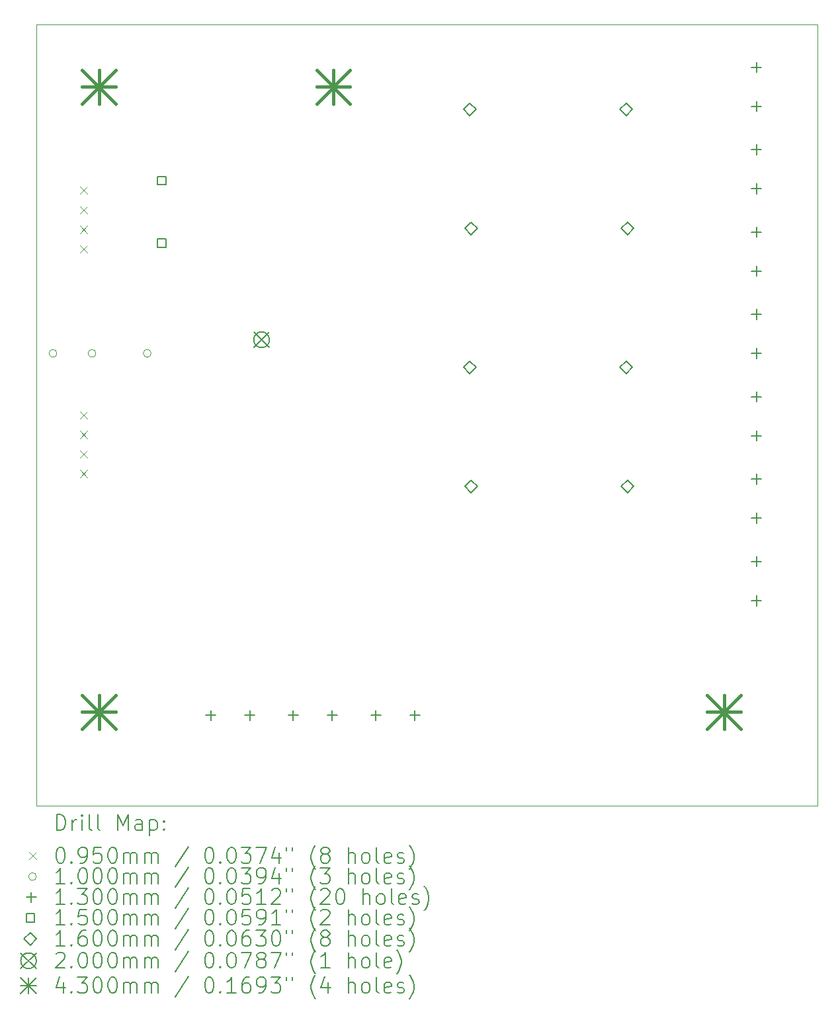
<source format=gbr>
%TF.GenerationSoftware,KiCad,Pcbnew,8.0.3*%
%TF.CreationDate,2024-11-03T20:36:34+01:00*%
%TF.ProjectId,weerstation-power,77656572-7374-4617-9469-6f6e2d706f77,rev?*%
%TF.SameCoordinates,Original*%
%TF.FileFunction,Drillmap*%
%TF.FilePolarity,Positive*%
%FSLAX45Y45*%
G04 Gerber Fmt 4.5, Leading zero omitted, Abs format (unit mm)*
G04 Created by KiCad (PCBNEW 8.0.3) date 2024-11-03 20:36:34*
%MOMM*%
%LPD*%
G01*
G04 APERTURE LIST*
%ADD10C,0.050000*%
%ADD11C,0.200000*%
%ADD12C,0.100000*%
%ADD13C,0.130000*%
%ADD14C,0.150000*%
%ADD15C,0.160000*%
%ADD16C,0.430000*%
G04 APERTURE END LIST*
D10*
X1200000Y-1200000D02*
X11200000Y-1200000D01*
X11200000Y-11200000D01*
X1200000Y-11200000D01*
X1200000Y-1200000D01*
D11*
D12*
X1752500Y-3277500D02*
X1847500Y-3372500D01*
X1847500Y-3277500D02*
X1752500Y-3372500D01*
X1752500Y-3527500D02*
X1847500Y-3622500D01*
X1847500Y-3527500D02*
X1752500Y-3622500D01*
X1752500Y-3777500D02*
X1847500Y-3872500D01*
X1847500Y-3777500D02*
X1752500Y-3872500D01*
X1752500Y-4027500D02*
X1847500Y-4122500D01*
X1847500Y-4027500D02*
X1752500Y-4122500D01*
X1752500Y-6152500D02*
X1847500Y-6247500D01*
X1847500Y-6152500D02*
X1752500Y-6247500D01*
X1752500Y-6402500D02*
X1847500Y-6497500D01*
X1847500Y-6402500D02*
X1752500Y-6497500D01*
X1752500Y-6652500D02*
X1847500Y-6747500D01*
X1847500Y-6652500D02*
X1752500Y-6747500D01*
X1752500Y-6902500D02*
X1847500Y-6997500D01*
X1847500Y-6902500D02*
X1752500Y-6997500D01*
X1460200Y-5410200D02*
G75*
G02*
X1360200Y-5410200I-50000J0D01*
G01*
X1360200Y-5410200D02*
G75*
G02*
X1460200Y-5410200I50000J0D01*
G01*
X1960200Y-5410200D02*
G75*
G02*
X1860200Y-5410200I-50000J0D01*
G01*
X1860200Y-5410200D02*
G75*
G02*
X1960200Y-5410200I50000J0D01*
G01*
X2666200Y-5410200D02*
G75*
G02*
X2566200Y-5410200I-50000J0D01*
G01*
X2566200Y-5410200D02*
G75*
G02*
X2666200Y-5410200I50000J0D01*
G01*
D13*
X3430350Y-9978250D02*
X3430350Y-10108250D01*
X3365350Y-10043250D02*
X3495350Y-10043250D01*
X3930350Y-9978250D02*
X3930350Y-10108250D01*
X3865350Y-10043250D02*
X3995350Y-10043250D01*
X4484450Y-9978250D02*
X4484450Y-10108250D01*
X4419450Y-10043250D02*
X4549450Y-10043250D01*
X4984450Y-9978250D02*
X4984450Y-10108250D01*
X4919450Y-10043250D02*
X5049450Y-10043250D01*
X5543250Y-9978250D02*
X5543250Y-10108250D01*
X5478250Y-10043250D02*
X5608250Y-10043250D01*
X6043250Y-9978250D02*
X6043250Y-10108250D01*
X5978250Y-10043250D02*
X6108250Y-10043250D01*
X10414000Y-1682900D02*
X10414000Y-1812900D01*
X10349000Y-1747900D02*
X10479000Y-1747900D01*
X10414000Y-2182900D02*
X10414000Y-2312900D01*
X10349000Y-2247900D02*
X10479000Y-2247900D01*
X10414000Y-2737000D02*
X10414000Y-2867000D01*
X10349000Y-2802000D02*
X10479000Y-2802000D01*
X10414000Y-3237000D02*
X10414000Y-3367000D01*
X10349000Y-3302000D02*
X10479000Y-3302000D01*
X10414000Y-3791100D02*
X10414000Y-3921100D01*
X10349000Y-3856100D02*
X10479000Y-3856100D01*
X10414000Y-4291100D02*
X10414000Y-4421100D01*
X10349000Y-4356100D02*
X10479000Y-4356100D01*
X10414000Y-4845200D02*
X10414000Y-4975200D01*
X10349000Y-4910200D02*
X10479000Y-4910200D01*
X10414000Y-5345200D02*
X10414000Y-5475200D01*
X10349000Y-5410200D02*
X10479000Y-5410200D01*
X10414000Y-5899300D02*
X10414000Y-6029300D01*
X10349000Y-5964300D02*
X10479000Y-5964300D01*
X10414000Y-6399300D02*
X10414000Y-6529300D01*
X10349000Y-6464300D02*
X10479000Y-6464300D01*
X10414000Y-6953400D02*
X10414000Y-7083400D01*
X10349000Y-7018400D02*
X10479000Y-7018400D01*
X10414000Y-7453400D02*
X10414000Y-7583400D01*
X10349000Y-7518400D02*
X10479000Y-7518400D01*
X10414000Y-8009450D02*
X10414000Y-8139450D01*
X10349000Y-8074450D02*
X10479000Y-8074450D01*
X10414000Y-8509450D02*
X10414000Y-8639450D01*
X10349000Y-8574450D02*
X10479000Y-8574450D01*
D14*
X2853033Y-3253033D02*
X2853033Y-3146966D01*
X2746967Y-3146966D01*
X2746967Y-3253033D01*
X2853033Y-3253033D01*
X2853033Y-4053033D02*
X2853033Y-3946966D01*
X2746967Y-3946966D01*
X2746967Y-4053033D01*
X2853033Y-4053033D01*
D15*
X6747000Y-2366000D02*
X6827000Y-2286000D01*
X6747000Y-2206000D01*
X6667000Y-2286000D01*
X6747000Y-2366000D01*
X6747000Y-5668000D02*
X6827000Y-5588000D01*
X6747000Y-5508000D01*
X6667000Y-5588000D01*
X6747000Y-5668000D01*
X6763000Y-3890000D02*
X6843000Y-3810000D01*
X6763000Y-3730000D01*
X6683000Y-3810000D01*
X6763000Y-3890000D01*
X6763000Y-7192000D02*
X6843000Y-7112000D01*
X6763000Y-7032000D01*
X6683000Y-7112000D01*
X6763000Y-7192000D01*
X8747000Y-2366000D02*
X8827000Y-2286000D01*
X8747000Y-2206000D01*
X8667000Y-2286000D01*
X8747000Y-2366000D01*
X8747000Y-5668000D02*
X8827000Y-5588000D01*
X8747000Y-5508000D01*
X8667000Y-5588000D01*
X8747000Y-5668000D01*
X8763000Y-3890000D02*
X8843000Y-3810000D01*
X8763000Y-3730000D01*
X8683000Y-3810000D01*
X8763000Y-3890000D01*
X8763000Y-7192000D02*
X8843000Y-7112000D01*
X8763000Y-7032000D01*
X8683000Y-7112000D01*
X8763000Y-7192000D01*
D11*
X3980430Y-5136450D02*
X4180430Y-5336450D01*
X4180430Y-5136450D02*
X3980430Y-5336450D01*
X4180430Y-5236450D02*
G75*
G02*
X3980430Y-5236450I-100000J0D01*
G01*
X3980430Y-5236450D02*
G75*
G02*
X4180430Y-5236450I100000J0D01*
G01*
D16*
X1785000Y-1785000D02*
X2215000Y-2215000D01*
X2215000Y-1785000D02*
X1785000Y-2215000D01*
X2000000Y-1785000D02*
X2000000Y-2215000D01*
X1785000Y-2000000D02*
X2215000Y-2000000D01*
X1785000Y-9785000D02*
X2215000Y-10215000D01*
X2215000Y-9785000D02*
X1785000Y-10215000D01*
X2000000Y-9785000D02*
X2000000Y-10215000D01*
X1785000Y-10000000D02*
X2215000Y-10000000D01*
X4785000Y-1785000D02*
X5215000Y-2215000D01*
X5215000Y-1785000D02*
X4785000Y-2215000D01*
X5000000Y-1785000D02*
X5000000Y-2215000D01*
X4785000Y-2000000D02*
X5215000Y-2000000D01*
X9785000Y-9785000D02*
X10215000Y-10215000D01*
X10215000Y-9785000D02*
X9785000Y-10215000D01*
X10000000Y-9785000D02*
X10000000Y-10215000D01*
X9785000Y-10000000D02*
X10215000Y-10000000D01*
D11*
X1458277Y-11513984D02*
X1458277Y-11313984D01*
X1458277Y-11313984D02*
X1505896Y-11313984D01*
X1505896Y-11313984D02*
X1534467Y-11323508D01*
X1534467Y-11323508D02*
X1553515Y-11342555D01*
X1553515Y-11342555D02*
X1563039Y-11361603D01*
X1563039Y-11361603D02*
X1572562Y-11399698D01*
X1572562Y-11399698D02*
X1572562Y-11428269D01*
X1572562Y-11428269D02*
X1563039Y-11466365D01*
X1563039Y-11466365D02*
X1553515Y-11485412D01*
X1553515Y-11485412D02*
X1534467Y-11504460D01*
X1534467Y-11504460D02*
X1505896Y-11513984D01*
X1505896Y-11513984D02*
X1458277Y-11513984D01*
X1658277Y-11513984D02*
X1658277Y-11380650D01*
X1658277Y-11418746D02*
X1667801Y-11399698D01*
X1667801Y-11399698D02*
X1677324Y-11390174D01*
X1677324Y-11390174D02*
X1696372Y-11380650D01*
X1696372Y-11380650D02*
X1715420Y-11380650D01*
X1782086Y-11513984D02*
X1782086Y-11380650D01*
X1782086Y-11313984D02*
X1772562Y-11323508D01*
X1772562Y-11323508D02*
X1782086Y-11333031D01*
X1782086Y-11333031D02*
X1791610Y-11323508D01*
X1791610Y-11323508D02*
X1782086Y-11313984D01*
X1782086Y-11313984D02*
X1782086Y-11333031D01*
X1905896Y-11513984D02*
X1886848Y-11504460D01*
X1886848Y-11504460D02*
X1877324Y-11485412D01*
X1877324Y-11485412D02*
X1877324Y-11313984D01*
X2010658Y-11513984D02*
X1991610Y-11504460D01*
X1991610Y-11504460D02*
X1982086Y-11485412D01*
X1982086Y-11485412D02*
X1982086Y-11313984D01*
X2239229Y-11513984D02*
X2239229Y-11313984D01*
X2239229Y-11313984D02*
X2305896Y-11456841D01*
X2305896Y-11456841D02*
X2372563Y-11313984D01*
X2372563Y-11313984D02*
X2372563Y-11513984D01*
X2553515Y-11513984D02*
X2553515Y-11409222D01*
X2553515Y-11409222D02*
X2543991Y-11390174D01*
X2543991Y-11390174D02*
X2524944Y-11380650D01*
X2524944Y-11380650D02*
X2486848Y-11380650D01*
X2486848Y-11380650D02*
X2467801Y-11390174D01*
X2553515Y-11504460D02*
X2534467Y-11513984D01*
X2534467Y-11513984D02*
X2486848Y-11513984D01*
X2486848Y-11513984D02*
X2467801Y-11504460D01*
X2467801Y-11504460D02*
X2458277Y-11485412D01*
X2458277Y-11485412D02*
X2458277Y-11466365D01*
X2458277Y-11466365D02*
X2467801Y-11447317D01*
X2467801Y-11447317D02*
X2486848Y-11437793D01*
X2486848Y-11437793D02*
X2534467Y-11437793D01*
X2534467Y-11437793D02*
X2553515Y-11428269D01*
X2648753Y-11380650D02*
X2648753Y-11580650D01*
X2648753Y-11390174D02*
X2667801Y-11380650D01*
X2667801Y-11380650D02*
X2705896Y-11380650D01*
X2705896Y-11380650D02*
X2724944Y-11390174D01*
X2724944Y-11390174D02*
X2734467Y-11399698D01*
X2734467Y-11399698D02*
X2743991Y-11418746D01*
X2743991Y-11418746D02*
X2743991Y-11475888D01*
X2743991Y-11475888D02*
X2734467Y-11494936D01*
X2734467Y-11494936D02*
X2724944Y-11504460D01*
X2724944Y-11504460D02*
X2705896Y-11513984D01*
X2705896Y-11513984D02*
X2667801Y-11513984D01*
X2667801Y-11513984D02*
X2648753Y-11504460D01*
X2829705Y-11494936D02*
X2839229Y-11504460D01*
X2839229Y-11504460D02*
X2829705Y-11513984D01*
X2829705Y-11513984D02*
X2820182Y-11504460D01*
X2820182Y-11504460D02*
X2829705Y-11494936D01*
X2829705Y-11494936D02*
X2829705Y-11513984D01*
X2829705Y-11390174D02*
X2839229Y-11399698D01*
X2839229Y-11399698D02*
X2829705Y-11409222D01*
X2829705Y-11409222D02*
X2820182Y-11399698D01*
X2820182Y-11399698D02*
X2829705Y-11390174D01*
X2829705Y-11390174D02*
X2829705Y-11409222D01*
D12*
X1102500Y-11795000D02*
X1197500Y-11890000D01*
X1197500Y-11795000D02*
X1102500Y-11890000D01*
D11*
X1496372Y-11733984D02*
X1515420Y-11733984D01*
X1515420Y-11733984D02*
X1534467Y-11743508D01*
X1534467Y-11743508D02*
X1543991Y-11753031D01*
X1543991Y-11753031D02*
X1553515Y-11772079D01*
X1553515Y-11772079D02*
X1563039Y-11810174D01*
X1563039Y-11810174D02*
X1563039Y-11857793D01*
X1563039Y-11857793D02*
X1553515Y-11895888D01*
X1553515Y-11895888D02*
X1543991Y-11914936D01*
X1543991Y-11914936D02*
X1534467Y-11924460D01*
X1534467Y-11924460D02*
X1515420Y-11933984D01*
X1515420Y-11933984D02*
X1496372Y-11933984D01*
X1496372Y-11933984D02*
X1477324Y-11924460D01*
X1477324Y-11924460D02*
X1467801Y-11914936D01*
X1467801Y-11914936D02*
X1458277Y-11895888D01*
X1458277Y-11895888D02*
X1448753Y-11857793D01*
X1448753Y-11857793D02*
X1448753Y-11810174D01*
X1448753Y-11810174D02*
X1458277Y-11772079D01*
X1458277Y-11772079D02*
X1467801Y-11753031D01*
X1467801Y-11753031D02*
X1477324Y-11743508D01*
X1477324Y-11743508D02*
X1496372Y-11733984D01*
X1648753Y-11914936D02*
X1658277Y-11924460D01*
X1658277Y-11924460D02*
X1648753Y-11933984D01*
X1648753Y-11933984D02*
X1639229Y-11924460D01*
X1639229Y-11924460D02*
X1648753Y-11914936D01*
X1648753Y-11914936D02*
X1648753Y-11933984D01*
X1753515Y-11933984D02*
X1791610Y-11933984D01*
X1791610Y-11933984D02*
X1810658Y-11924460D01*
X1810658Y-11924460D02*
X1820182Y-11914936D01*
X1820182Y-11914936D02*
X1839229Y-11886365D01*
X1839229Y-11886365D02*
X1848753Y-11848269D01*
X1848753Y-11848269D02*
X1848753Y-11772079D01*
X1848753Y-11772079D02*
X1839229Y-11753031D01*
X1839229Y-11753031D02*
X1829705Y-11743508D01*
X1829705Y-11743508D02*
X1810658Y-11733984D01*
X1810658Y-11733984D02*
X1772562Y-11733984D01*
X1772562Y-11733984D02*
X1753515Y-11743508D01*
X1753515Y-11743508D02*
X1743991Y-11753031D01*
X1743991Y-11753031D02*
X1734467Y-11772079D01*
X1734467Y-11772079D02*
X1734467Y-11819698D01*
X1734467Y-11819698D02*
X1743991Y-11838746D01*
X1743991Y-11838746D02*
X1753515Y-11848269D01*
X1753515Y-11848269D02*
X1772562Y-11857793D01*
X1772562Y-11857793D02*
X1810658Y-11857793D01*
X1810658Y-11857793D02*
X1829705Y-11848269D01*
X1829705Y-11848269D02*
X1839229Y-11838746D01*
X1839229Y-11838746D02*
X1848753Y-11819698D01*
X2029705Y-11733984D02*
X1934467Y-11733984D01*
X1934467Y-11733984D02*
X1924943Y-11829222D01*
X1924943Y-11829222D02*
X1934467Y-11819698D01*
X1934467Y-11819698D02*
X1953515Y-11810174D01*
X1953515Y-11810174D02*
X2001134Y-11810174D01*
X2001134Y-11810174D02*
X2020182Y-11819698D01*
X2020182Y-11819698D02*
X2029705Y-11829222D01*
X2029705Y-11829222D02*
X2039229Y-11848269D01*
X2039229Y-11848269D02*
X2039229Y-11895888D01*
X2039229Y-11895888D02*
X2029705Y-11914936D01*
X2029705Y-11914936D02*
X2020182Y-11924460D01*
X2020182Y-11924460D02*
X2001134Y-11933984D01*
X2001134Y-11933984D02*
X1953515Y-11933984D01*
X1953515Y-11933984D02*
X1934467Y-11924460D01*
X1934467Y-11924460D02*
X1924943Y-11914936D01*
X2163039Y-11733984D02*
X2182086Y-11733984D01*
X2182086Y-11733984D02*
X2201134Y-11743508D01*
X2201134Y-11743508D02*
X2210658Y-11753031D01*
X2210658Y-11753031D02*
X2220182Y-11772079D01*
X2220182Y-11772079D02*
X2229705Y-11810174D01*
X2229705Y-11810174D02*
X2229705Y-11857793D01*
X2229705Y-11857793D02*
X2220182Y-11895888D01*
X2220182Y-11895888D02*
X2210658Y-11914936D01*
X2210658Y-11914936D02*
X2201134Y-11924460D01*
X2201134Y-11924460D02*
X2182086Y-11933984D01*
X2182086Y-11933984D02*
X2163039Y-11933984D01*
X2163039Y-11933984D02*
X2143991Y-11924460D01*
X2143991Y-11924460D02*
X2134467Y-11914936D01*
X2134467Y-11914936D02*
X2124944Y-11895888D01*
X2124944Y-11895888D02*
X2115420Y-11857793D01*
X2115420Y-11857793D02*
X2115420Y-11810174D01*
X2115420Y-11810174D02*
X2124944Y-11772079D01*
X2124944Y-11772079D02*
X2134467Y-11753031D01*
X2134467Y-11753031D02*
X2143991Y-11743508D01*
X2143991Y-11743508D02*
X2163039Y-11733984D01*
X2315420Y-11933984D02*
X2315420Y-11800650D01*
X2315420Y-11819698D02*
X2324944Y-11810174D01*
X2324944Y-11810174D02*
X2343991Y-11800650D01*
X2343991Y-11800650D02*
X2372563Y-11800650D01*
X2372563Y-11800650D02*
X2391610Y-11810174D01*
X2391610Y-11810174D02*
X2401134Y-11829222D01*
X2401134Y-11829222D02*
X2401134Y-11933984D01*
X2401134Y-11829222D02*
X2410658Y-11810174D01*
X2410658Y-11810174D02*
X2429705Y-11800650D01*
X2429705Y-11800650D02*
X2458277Y-11800650D01*
X2458277Y-11800650D02*
X2477325Y-11810174D01*
X2477325Y-11810174D02*
X2486848Y-11829222D01*
X2486848Y-11829222D02*
X2486848Y-11933984D01*
X2582086Y-11933984D02*
X2582086Y-11800650D01*
X2582086Y-11819698D02*
X2591610Y-11810174D01*
X2591610Y-11810174D02*
X2610658Y-11800650D01*
X2610658Y-11800650D02*
X2639229Y-11800650D01*
X2639229Y-11800650D02*
X2658277Y-11810174D01*
X2658277Y-11810174D02*
X2667801Y-11829222D01*
X2667801Y-11829222D02*
X2667801Y-11933984D01*
X2667801Y-11829222D02*
X2677325Y-11810174D01*
X2677325Y-11810174D02*
X2696372Y-11800650D01*
X2696372Y-11800650D02*
X2724944Y-11800650D01*
X2724944Y-11800650D02*
X2743991Y-11810174D01*
X2743991Y-11810174D02*
X2753515Y-11829222D01*
X2753515Y-11829222D02*
X2753515Y-11933984D01*
X3143991Y-11724460D02*
X2972563Y-11981603D01*
X3401134Y-11733984D02*
X3420182Y-11733984D01*
X3420182Y-11733984D02*
X3439229Y-11743508D01*
X3439229Y-11743508D02*
X3448753Y-11753031D01*
X3448753Y-11753031D02*
X3458277Y-11772079D01*
X3458277Y-11772079D02*
X3467801Y-11810174D01*
X3467801Y-11810174D02*
X3467801Y-11857793D01*
X3467801Y-11857793D02*
X3458277Y-11895888D01*
X3458277Y-11895888D02*
X3448753Y-11914936D01*
X3448753Y-11914936D02*
X3439229Y-11924460D01*
X3439229Y-11924460D02*
X3420182Y-11933984D01*
X3420182Y-11933984D02*
X3401134Y-11933984D01*
X3401134Y-11933984D02*
X3382086Y-11924460D01*
X3382086Y-11924460D02*
X3372563Y-11914936D01*
X3372563Y-11914936D02*
X3363039Y-11895888D01*
X3363039Y-11895888D02*
X3353515Y-11857793D01*
X3353515Y-11857793D02*
X3353515Y-11810174D01*
X3353515Y-11810174D02*
X3363039Y-11772079D01*
X3363039Y-11772079D02*
X3372563Y-11753031D01*
X3372563Y-11753031D02*
X3382086Y-11743508D01*
X3382086Y-11743508D02*
X3401134Y-11733984D01*
X3553515Y-11914936D02*
X3563039Y-11924460D01*
X3563039Y-11924460D02*
X3553515Y-11933984D01*
X3553515Y-11933984D02*
X3543991Y-11924460D01*
X3543991Y-11924460D02*
X3553515Y-11914936D01*
X3553515Y-11914936D02*
X3553515Y-11933984D01*
X3686848Y-11733984D02*
X3705896Y-11733984D01*
X3705896Y-11733984D02*
X3724944Y-11743508D01*
X3724944Y-11743508D02*
X3734467Y-11753031D01*
X3734467Y-11753031D02*
X3743991Y-11772079D01*
X3743991Y-11772079D02*
X3753515Y-11810174D01*
X3753515Y-11810174D02*
X3753515Y-11857793D01*
X3753515Y-11857793D02*
X3743991Y-11895888D01*
X3743991Y-11895888D02*
X3734467Y-11914936D01*
X3734467Y-11914936D02*
X3724944Y-11924460D01*
X3724944Y-11924460D02*
X3705896Y-11933984D01*
X3705896Y-11933984D02*
X3686848Y-11933984D01*
X3686848Y-11933984D02*
X3667801Y-11924460D01*
X3667801Y-11924460D02*
X3658277Y-11914936D01*
X3658277Y-11914936D02*
X3648753Y-11895888D01*
X3648753Y-11895888D02*
X3639229Y-11857793D01*
X3639229Y-11857793D02*
X3639229Y-11810174D01*
X3639229Y-11810174D02*
X3648753Y-11772079D01*
X3648753Y-11772079D02*
X3658277Y-11753031D01*
X3658277Y-11753031D02*
X3667801Y-11743508D01*
X3667801Y-11743508D02*
X3686848Y-11733984D01*
X3820182Y-11733984D02*
X3943991Y-11733984D01*
X3943991Y-11733984D02*
X3877325Y-11810174D01*
X3877325Y-11810174D02*
X3905896Y-11810174D01*
X3905896Y-11810174D02*
X3924944Y-11819698D01*
X3924944Y-11819698D02*
X3934467Y-11829222D01*
X3934467Y-11829222D02*
X3943991Y-11848269D01*
X3943991Y-11848269D02*
X3943991Y-11895888D01*
X3943991Y-11895888D02*
X3934467Y-11914936D01*
X3934467Y-11914936D02*
X3924944Y-11924460D01*
X3924944Y-11924460D02*
X3905896Y-11933984D01*
X3905896Y-11933984D02*
X3848753Y-11933984D01*
X3848753Y-11933984D02*
X3829706Y-11924460D01*
X3829706Y-11924460D02*
X3820182Y-11914936D01*
X4010658Y-11733984D02*
X4143991Y-11733984D01*
X4143991Y-11733984D02*
X4058277Y-11933984D01*
X4305896Y-11800650D02*
X4305896Y-11933984D01*
X4258277Y-11724460D02*
X4210658Y-11867317D01*
X4210658Y-11867317D02*
X4334468Y-11867317D01*
X4401134Y-11733984D02*
X4401134Y-11772079D01*
X4477325Y-11733984D02*
X4477325Y-11772079D01*
X4772563Y-12010174D02*
X4763039Y-12000650D01*
X4763039Y-12000650D02*
X4743991Y-11972079D01*
X4743991Y-11972079D02*
X4734468Y-11953031D01*
X4734468Y-11953031D02*
X4724944Y-11924460D01*
X4724944Y-11924460D02*
X4715420Y-11876841D01*
X4715420Y-11876841D02*
X4715420Y-11838746D01*
X4715420Y-11838746D02*
X4724944Y-11791127D01*
X4724944Y-11791127D02*
X4734468Y-11762555D01*
X4734468Y-11762555D02*
X4743991Y-11743508D01*
X4743991Y-11743508D02*
X4763039Y-11714936D01*
X4763039Y-11714936D02*
X4772563Y-11705412D01*
X4877325Y-11819698D02*
X4858277Y-11810174D01*
X4858277Y-11810174D02*
X4848753Y-11800650D01*
X4848753Y-11800650D02*
X4839230Y-11781603D01*
X4839230Y-11781603D02*
X4839230Y-11772079D01*
X4839230Y-11772079D02*
X4848753Y-11753031D01*
X4848753Y-11753031D02*
X4858277Y-11743508D01*
X4858277Y-11743508D02*
X4877325Y-11733984D01*
X4877325Y-11733984D02*
X4915420Y-11733984D01*
X4915420Y-11733984D02*
X4934468Y-11743508D01*
X4934468Y-11743508D02*
X4943991Y-11753031D01*
X4943991Y-11753031D02*
X4953515Y-11772079D01*
X4953515Y-11772079D02*
X4953515Y-11781603D01*
X4953515Y-11781603D02*
X4943991Y-11800650D01*
X4943991Y-11800650D02*
X4934468Y-11810174D01*
X4934468Y-11810174D02*
X4915420Y-11819698D01*
X4915420Y-11819698D02*
X4877325Y-11819698D01*
X4877325Y-11819698D02*
X4858277Y-11829222D01*
X4858277Y-11829222D02*
X4848753Y-11838746D01*
X4848753Y-11838746D02*
X4839230Y-11857793D01*
X4839230Y-11857793D02*
X4839230Y-11895888D01*
X4839230Y-11895888D02*
X4848753Y-11914936D01*
X4848753Y-11914936D02*
X4858277Y-11924460D01*
X4858277Y-11924460D02*
X4877325Y-11933984D01*
X4877325Y-11933984D02*
X4915420Y-11933984D01*
X4915420Y-11933984D02*
X4934468Y-11924460D01*
X4934468Y-11924460D02*
X4943991Y-11914936D01*
X4943991Y-11914936D02*
X4953515Y-11895888D01*
X4953515Y-11895888D02*
X4953515Y-11857793D01*
X4953515Y-11857793D02*
X4943991Y-11838746D01*
X4943991Y-11838746D02*
X4934468Y-11829222D01*
X4934468Y-11829222D02*
X4915420Y-11819698D01*
X5191611Y-11933984D02*
X5191611Y-11733984D01*
X5277325Y-11933984D02*
X5277325Y-11829222D01*
X5277325Y-11829222D02*
X5267801Y-11810174D01*
X5267801Y-11810174D02*
X5248753Y-11800650D01*
X5248753Y-11800650D02*
X5220182Y-11800650D01*
X5220182Y-11800650D02*
X5201134Y-11810174D01*
X5201134Y-11810174D02*
X5191611Y-11819698D01*
X5401134Y-11933984D02*
X5382087Y-11924460D01*
X5382087Y-11924460D02*
X5372563Y-11914936D01*
X5372563Y-11914936D02*
X5363039Y-11895888D01*
X5363039Y-11895888D02*
X5363039Y-11838746D01*
X5363039Y-11838746D02*
X5372563Y-11819698D01*
X5372563Y-11819698D02*
X5382087Y-11810174D01*
X5382087Y-11810174D02*
X5401134Y-11800650D01*
X5401134Y-11800650D02*
X5429706Y-11800650D01*
X5429706Y-11800650D02*
X5448753Y-11810174D01*
X5448753Y-11810174D02*
X5458277Y-11819698D01*
X5458277Y-11819698D02*
X5467801Y-11838746D01*
X5467801Y-11838746D02*
X5467801Y-11895888D01*
X5467801Y-11895888D02*
X5458277Y-11914936D01*
X5458277Y-11914936D02*
X5448753Y-11924460D01*
X5448753Y-11924460D02*
X5429706Y-11933984D01*
X5429706Y-11933984D02*
X5401134Y-11933984D01*
X5582087Y-11933984D02*
X5563039Y-11924460D01*
X5563039Y-11924460D02*
X5553515Y-11905412D01*
X5553515Y-11905412D02*
X5553515Y-11733984D01*
X5734468Y-11924460D02*
X5715420Y-11933984D01*
X5715420Y-11933984D02*
X5677325Y-11933984D01*
X5677325Y-11933984D02*
X5658277Y-11924460D01*
X5658277Y-11924460D02*
X5648753Y-11905412D01*
X5648753Y-11905412D02*
X5648753Y-11829222D01*
X5648753Y-11829222D02*
X5658277Y-11810174D01*
X5658277Y-11810174D02*
X5677325Y-11800650D01*
X5677325Y-11800650D02*
X5715420Y-11800650D01*
X5715420Y-11800650D02*
X5734468Y-11810174D01*
X5734468Y-11810174D02*
X5743991Y-11829222D01*
X5743991Y-11829222D02*
X5743991Y-11848269D01*
X5743991Y-11848269D02*
X5648753Y-11867317D01*
X5820182Y-11924460D02*
X5839230Y-11933984D01*
X5839230Y-11933984D02*
X5877325Y-11933984D01*
X5877325Y-11933984D02*
X5896372Y-11924460D01*
X5896372Y-11924460D02*
X5905896Y-11905412D01*
X5905896Y-11905412D02*
X5905896Y-11895888D01*
X5905896Y-11895888D02*
X5896372Y-11876841D01*
X5896372Y-11876841D02*
X5877325Y-11867317D01*
X5877325Y-11867317D02*
X5848753Y-11867317D01*
X5848753Y-11867317D02*
X5829706Y-11857793D01*
X5829706Y-11857793D02*
X5820182Y-11838746D01*
X5820182Y-11838746D02*
X5820182Y-11829222D01*
X5820182Y-11829222D02*
X5829706Y-11810174D01*
X5829706Y-11810174D02*
X5848753Y-11800650D01*
X5848753Y-11800650D02*
X5877325Y-11800650D01*
X5877325Y-11800650D02*
X5896372Y-11810174D01*
X5972563Y-12010174D02*
X5982087Y-12000650D01*
X5982087Y-12000650D02*
X6001134Y-11972079D01*
X6001134Y-11972079D02*
X6010658Y-11953031D01*
X6010658Y-11953031D02*
X6020182Y-11924460D01*
X6020182Y-11924460D02*
X6029706Y-11876841D01*
X6029706Y-11876841D02*
X6029706Y-11838746D01*
X6029706Y-11838746D02*
X6020182Y-11791127D01*
X6020182Y-11791127D02*
X6010658Y-11762555D01*
X6010658Y-11762555D02*
X6001134Y-11743508D01*
X6001134Y-11743508D02*
X5982087Y-11714936D01*
X5982087Y-11714936D02*
X5972563Y-11705412D01*
D12*
X1197500Y-12106500D02*
G75*
G02*
X1097500Y-12106500I-50000J0D01*
G01*
X1097500Y-12106500D02*
G75*
G02*
X1197500Y-12106500I50000J0D01*
G01*
D11*
X1563039Y-12197984D02*
X1448753Y-12197984D01*
X1505896Y-12197984D02*
X1505896Y-11997984D01*
X1505896Y-11997984D02*
X1486848Y-12026555D01*
X1486848Y-12026555D02*
X1467801Y-12045603D01*
X1467801Y-12045603D02*
X1448753Y-12055127D01*
X1648753Y-12178936D02*
X1658277Y-12188460D01*
X1658277Y-12188460D02*
X1648753Y-12197984D01*
X1648753Y-12197984D02*
X1639229Y-12188460D01*
X1639229Y-12188460D02*
X1648753Y-12178936D01*
X1648753Y-12178936D02*
X1648753Y-12197984D01*
X1782086Y-11997984D02*
X1801134Y-11997984D01*
X1801134Y-11997984D02*
X1820182Y-12007508D01*
X1820182Y-12007508D02*
X1829705Y-12017031D01*
X1829705Y-12017031D02*
X1839229Y-12036079D01*
X1839229Y-12036079D02*
X1848753Y-12074174D01*
X1848753Y-12074174D02*
X1848753Y-12121793D01*
X1848753Y-12121793D02*
X1839229Y-12159888D01*
X1839229Y-12159888D02*
X1829705Y-12178936D01*
X1829705Y-12178936D02*
X1820182Y-12188460D01*
X1820182Y-12188460D02*
X1801134Y-12197984D01*
X1801134Y-12197984D02*
X1782086Y-12197984D01*
X1782086Y-12197984D02*
X1763039Y-12188460D01*
X1763039Y-12188460D02*
X1753515Y-12178936D01*
X1753515Y-12178936D02*
X1743991Y-12159888D01*
X1743991Y-12159888D02*
X1734467Y-12121793D01*
X1734467Y-12121793D02*
X1734467Y-12074174D01*
X1734467Y-12074174D02*
X1743991Y-12036079D01*
X1743991Y-12036079D02*
X1753515Y-12017031D01*
X1753515Y-12017031D02*
X1763039Y-12007508D01*
X1763039Y-12007508D02*
X1782086Y-11997984D01*
X1972562Y-11997984D02*
X1991610Y-11997984D01*
X1991610Y-11997984D02*
X2010658Y-12007508D01*
X2010658Y-12007508D02*
X2020182Y-12017031D01*
X2020182Y-12017031D02*
X2029705Y-12036079D01*
X2029705Y-12036079D02*
X2039229Y-12074174D01*
X2039229Y-12074174D02*
X2039229Y-12121793D01*
X2039229Y-12121793D02*
X2029705Y-12159888D01*
X2029705Y-12159888D02*
X2020182Y-12178936D01*
X2020182Y-12178936D02*
X2010658Y-12188460D01*
X2010658Y-12188460D02*
X1991610Y-12197984D01*
X1991610Y-12197984D02*
X1972562Y-12197984D01*
X1972562Y-12197984D02*
X1953515Y-12188460D01*
X1953515Y-12188460D02*
X1943991Y-12178936D01*
X1943991Y-12178936D02*
X1934467Y-12159888D01*
X1934467Y-12159888D02*
X1924943Y-12121793D01*
X1924943Y-12121793D02*
X1924943Y-12074174D01*
X1924943Y-12074174D02*
X1934467Y-12036079D01*
X1934467Y-12036079D02*
X1943991Y-12017031D01*
X1943991Y-12017031D02*
X1953515Y-12007508D01*
X1953515Y-12007508D02*
X1972562Y-11997984D01*
X2163039Y-11997984D02*
X2182086Y-11997984D01*
X2182086Y-11997984D02*
X2201134Y-12007508D01*
X2201134Y-12007508D02*
X2210658Y-12017031D01*
X2210658Y-12017031D02*
X2220182Y-12036079D01*
X2220182Y-12036079D02*
X2229705Y-12074174D01*
X2229705Y-12074174D02*
X2229705Y-12121793D01*
X2229705Y-12121793D02*
X2220182Y-12159888D01*
X2220182Y-12159888D02*
X2210658Y-12178936D01*
X2210658Y-12178936D02*
X2201134Y-12188460D01*
X2201134Y-12188460D02*
X2182086Y-12197984D01*
X2182086Y-12197984D02*
X2163039Y-12197984D01*
X2163039Y-12197984D02*
X2143991Y-12188460D01*
X2143991Y-12188460D02*
X2134467Y-12178936D01*
X2134467Y-12178936D02*
X2124944Y-12159888D01*
X2124944Y-12159888D02*
X2115420Y-12121793D01*
X2115420Y-12121793D02*
X2115420Y-12074174D01*
X2115420Y-12074174D02*
X2124944Y-12036079D01*
X2124944Y-12036079D02*
X2134467Y-12017031D01*
X2134467Y-12017031D02*
X2143991Y-12007508D01*
X2143991Y-12007508D02*
X2163039Y-11997984D01*
X2315420Y-12197984D02*
X2315420Y-12064650D01*
X2315420Y-12083698D02*
X2324944Y-12074174D01*
X2324944Y-12074174D02*
X2343991Y-12064650D01*
X2343991Y-12064650D02*
X2372563Y-12064650D01*
X2372563Y-12064650D02*
X2391610Y-12074174D01*
X2391610Y-12074174D02*
X2401134Y-12093222D01*
X2401134Y-12093222D02*
X2401134Y-12197984D01*
X2401134Y-12093222D02*
X2410658Y-12074174D01*
X2410658Y-12074174D02*
X2429705Y-12064650D01*
X2429705Y-12064650D02*
X2458277Y-12064650D01*
X2458277Y-12064650D02*
X2477325Y-12074174D01*
X2477325Y-12074174D02*
X2486848Y-12093222D01*
X2486848Y-12093222D02*
X2486848Y-12197984D01*
X2582086Y-12197984D02*
X2582086Y-12064650D01*
X2582086Y-12083698D02*
X2591610Y-12074174D01*
X2591610Y-12074174D02*
X2610658Y-12064650D01*
X2610658Y-12064650D02*
X2639229Y-12064650D01*
X2639229Y-12064650D02*
X2658277Y-12074174D01*
X2658277Y-12074174D02*
X2667801Y-12093222D01*
X2667801Y-12093222D02*
X2667801Y-12197984D01*
X2667801Y-12093222D02*
X2677325Y-12074174D01*
X2677325Y-12074174D02*
X2696372Y-12064650D01*
X2696372Y-12064650D02*
X2724944Y-12064650D01*
X2724944Y-12064650D02*
X2743991Y-12074174D01*
X2743991Y-12074174D02*
X2753515Y-12093222D01*
X2753515Y-12093222D02*
X2753515Y-12197984D01*
X3143991Y-11988460D02*
X2972563Y-12245603D01*
X3401134Y-11997984D02*
X3420182Y-11997984D01*
X3420182Y-11997984D02*
X3439229Y-12007508D01*
X3439229Y-12007508D02*
X3448753Y-12017031D01*
X3448753Y-12017031D02*
X3458277Y-12036079D01*
X3458277Y-12036079D02*
X3467801Y-12074174D01*
X3467801Y-12074174D02*
X3467801Y-12121793D01*
X3467801Y-12121793D02*
X3458277Y-12159888D01*
X3458277Y-12159888D02*
X3448753Y-12178936D01*
X3448753Y-12178936D02*
X3439229Y-12188460D01*
X3439229Y-12188460D02*
X3420182Y-12197984D01*
X3420182Y-12197984D02*
X3401134Y-12197984D01*
X3401134Y-12197984D02*
X3382086Y-12188460D01*
X3382086Y-12188460D02*
X3372563Y-12178936D01*
X3372563Y-12178936D02*
X3363039Y-12159888D01*
X3363039Y-12159888D02*
X3353515Y-12121793D01*
X3353515Y-12121793D02*
X3353515Y-12074174D01*
X3353515Y-12074174D02*
X3363039Y-12036079D01*
X3363039Y-12036079D02*
X3372563Y-12017031D01*
X3372563Y-12017031D02*
X3382086Y-12007508D01*
X3382086Y-12007508D02*
X3401134Y-11997984D01*
X3553515Y-12178936D02*
X3563039Y-12188460D01*
X3563039Y-12188460D02*
X3553515Y-12197984D01*
X3553515Y-12197984D02*
X3543991Y-12188460D01*
X3543991Y-12188460D02*
X3553515Y-12178936D01*
X3553515Y-12178936D02*
X3553515Y-12197984D01*
X3686848Y-11997984D02*
X3705896Y-11997984D01*
X3705896Y-11997984D02*
X3724944Y-12007508D01*
X3724944Y-12007508D02*
X3734467Y-12017031D01*
X3734467Y-12017031D02*
X3743991Y-12036079D01*
X3743991Y-12036079D02*
X3753515Y-12074174D01*
X3753515Y-12074174D02*
X3753515Y-12121793D01*
X3753515Y-12121793D02*
X3743991Y-12159888D01*
X3743991Y-12159888D02*
X3734467Y-12178936D01*
X3734467Y-12178936D02*
X3724944Y-12188460D01*
X3724944Y-12188460D02*
X3705896Y-12197984D01*
X3705896Y-12197984D02*
X3686848Y-12197984D01*
X3686848Y-12197984D02*
X3667801Y-12188460D01*
X3667801Y-12188460D02*
X3658277Y-12178936D01*
X3658277Y-12178936D02*
X3648753Y-12159888D01*
X3648753Y-12159888D02*
X3639229Y-12121793D01*
X3639229Y-12121793D02*
X3639229Y-12074174D01*
X3639229Y-12074174D02*
X3648753Y-12036079D01*
X3648753Y-12036079D02*
X3658277Y-12017031D01*
X3658277Y-12017031D02*
X3667801Y-12007508D01*
X3667801Y-12007508D02*
X3686848Y-11997984D01*
X3820182Y-11997984D02*
X3943991Y-11997984D01*
X3943991Y-11997984D02*
X3877325Y-12074174D01*
X3877325Y-12074174D02*
X3905896Y-12074174D01*
X3905896Y-12074174D02*
X3924944Y-12083698D01*
X3924944Y-12083698D02*
X3934467Y-12093222D01*
X3934467Y-12093222D02*
X3943991Y-12112269D01*
X3943991Y-12112269D02*
X3943991Y-12159888D01*
X3943991Y-12159888D02*
X3934467Y-12178936D01*
X3934467Y-12178936D02*
X3924944Y-12188460D01*
X3924944Y-12188460D02*
X3905896Y-12197984D01*
X3905896Y-12197984D02*
X3848753Y-12197984D01*
X3848753Y-12197984D02*
X3829706Y-12188460D01*
X3829706Y-12188460D02*
X3820182Y-12178936D01*
X4039229Y-12197984D02*
X4077325Y-12197984D01*
X4077325Y-12197984D02*
X4096372Y-12188460D01*
X4096372Y-12188460D02*
X4105896Y-12178936D01*
X4105896Y-12178936D02*
X4124944Y-12150365D01*
X4124944Y-12150365D02*
X4134467Y-12112269D01*
X4134467Y-12112269D02*
X4134467Y-12036079D01*
X4134467Y-12036079D02*
X4124944Y-12017031D01*
X4124944Y-12017031D02*
X4115420Y-12007508D01*
X4115420Y-12007508D02*
X4096372Y-11997984D01*
X4096372Y-11997984D02*
X4058277Y-11997984D01*
X4058277Y-11997984D02*
X4039229Y-12007508D01*
X4039229Y-12007508D02*
X4029706Y-12017031D01*
X4029706Y-12017031D02*
X4020182Y-12036079D01*
X4020182Y-12036079D02*
X4020182Y-12083698D01*
X4020182Y-12083698D02*
X4029706Y-12102746D01*
X4029706Y-12102746D02*
X4039229Y-12112269D01*
X4039229Y-12112269D02*
X4058277Y-12121793D01*
X4058277Y-12121793D02*
X4096372Y-12121793D01*
X4096372Y-12121793D02*
X4115420Y-12112269D01*
X4115420Y-12112269D02*
X4124944Y-12102746D01*
X4124944Y-12102746D02*
X4134467Y-12083698D01*
X4305896Y-12064650D02*
X4305896Y-12197984D01*
X4258277Y-11988460D02*
X4210658Y-12131317D01*
X4210658Y-12131317D02*
X4334468Y-12131317D01*
X4401134Y-11997984D02*
X4401134Y-12036079D01*
X4477325Y-11997984D02*
X4477325Y-12036079D01*
X4772563Y-12274174D02*
X4763039Y-12264650D01*
X4763039Y-12264650D02*
X4743991Y-12236079D01*
X4743991Y-12236079D02*
X4734468Y-12217031D01*
X4734468Y-12217031D02*
X4724944Y-12188460D01*
X4724944Y-12188460D02*
X4715420Y-12140841D01*
X4715420Y-12140841D02*
X4715420Y-12102746D01*
X4715420Y-12102746D02*
X4724944Y-12055127D01*
X4724944Y-12055127D02*
X4734468Y-12026555D01*
X4734468Y-12026555D02*
X4743991Y-12007508D01*
X4743991Y-12007508D02*
X4763039Y-11978936D01*
X4763039Y-11978936D02*
X4772563Y-11969412D01*
X4829706Y-11997984D02*
X4953515Y-11997984D01*
X4953515Y-11997984D02*
X4886849Y-12074174D01*
X4886849Y-12074174D02*
X4915420Y-12074174D01*
X4915420Y-12074174D02*
X4934468Y-12083698D01*
X4934468Y-12083698D02*
X4943991Y-12093222D01*
X4943991Y-12093222D02*
X4953515Y-12112269D01*
X4953515Y-12112269D02*
X4953515Y-12159888D01*
X4953515Y-12159888D02*
X4943991Y-12178936D01*
X4943991Y-12178936D02*
X4934468Y-12188460D01*
X4934468Y-12188460D02*
X4915420Y-12197984D01*
X4915420Y-12197984D02*
X4858277Y-12197984D01*
X4858277Y-12197984D02*
X4839230Y-12188460D01*
X4839230Y-12188460D02*
X4829706Y-12178936D01*
X5191611Y-12197984D02*
X5191611Y-11997984D01*
X5277325Y-12197984D02*
X5277325Y-12093222D01*
X5277325Y-12093222D02*
X5267801Y-12074174D01*
X5267801Y-12074174D02*
X5248753Y-12064650D01*
X5248753Y-12064650D02*
X5220182Y-12064650D01*
X5220182Y-12064650D02*
X5201134Y-12074174D01*
X5201134Y-12074174D02*
X5191611Y-12083698D01*
X5401134Y-12197984D02*
X5382087Y-12188460D01*
X5382087Y-12188460D02*
X5372563Y-12178936D01*
X5372563Y-12178936D02*
X5363039Y-12159888D01*
X5363039Y-12159888D02*
X5363039Y-12102746D01*
X5363039Y-12102746D02*
X5372563Y-12083698D01*
X5372563Y-12083698D02*
X5382087Y-12074174D01*
X5382087Y-12074174D02*
X5401134Y-12064650D01*
X5401134Y-12064650D02*
X5429706Y-12064650D01*
X5429706Y-12064650D02*
X5448753Y-12074174D01*
X5448753Y-12074174D02*
X5458277Y-12083698D01*
X5458277Y-12083698D02*
X5467801Y-12102746D01*
X5467801Y-12102746D02*
X5467801Y-12159888D01*
X5467801Y-12159888D02*
X5458277Y-12178936D01*
X5458277Y-12178936D02*
X5448753Y-12188460D01*
X5448753Y-12188460D02*
X5429706Y-12197984D01*
X5429706Y-12197984D02*
X5401134Y-12197984D01*
X5582087Y-12197984D02*
X5563039Y-12188460D01*
X5563039Y-12188460D02*
X5553515Y-12169412D01*
X5553515Y-12169412D02*
X5553515Y-11997984D01*
X5734468Y-12188460D02*
X5715420Y-12197984D01*
X5715420Y-12197984D02*
X5677325Y-12197984D01*
X5677325Y-12197984D02*
X5658277Y-12188460D01*
X5658277Y-12188460D02*
X5648753Y-12169412D01*
X5648753Y-12169412D02*
X5648753Y-12093222D01*
X5648753Y-12093222D02*
X5658277Y-12074174D01*
X5658277Y-12074174D02*
X5677325Y-12064650D01*
X5677325Y-12064650D02*
X5715420Y-12064650D01*
X5715420Y-12064650D02*
X5734468Y-12074174D01*
X5734468Y-12074174D02*
X5743991Y-12093222D01*
X5743991Y-12093222D02*
X5743991Y-12112269D01*
X5743991Y-12112269D02*
X5648753Y-12131317D01*
X5820182Y-12188460D02*
X5839230Y-12197984D01*
X5839230Y-12197984D02*
X5877325Y-12197984D01*
X5877325Y-12197984D02*
X5896372Y-12188460D01*
X5896372Y-12188460D02*
X5905896Y-12169412D01*
X5905896Y-12169412D02*
X5905896Y-12159888D01*
X5905896Y-12159888D02*
X5896372Y-12140841D01*
X5896372Y-12140841D02*
X5877325Y-12131317D01*
X5877325Y-12131317D02*
X5848753Y-12131317D01*
X5848753Y-12131317D02*
X5829706Y-12121793D01*
X5829706Y-12121793D02*
X5820182Y-12102746D01*
X5820182Y-12102746D02*
X5820182Y-12093222D01*
X5820182Y-12093222D02*
X5829706Y-12074174D01*
X5829706Y-12074174D02*
X5848753Y-12064650D01*
X5848753Y-12064650D02*
X5877325Y-12064650D01*
X5877325Y-12064650D02*
X5896372Y-12074174D01*
X5972563Y-12274174D02*
X5982087Y-12264650D01*
X5982087Y-12264650D02*
X6001134Y-12236079D01*
X6001134Y-12236079D02*
X6010658Y-12217031D01*
X6010658Y-12217031D02*
X6020182Y-12188460D01*
X6020182Y-12188460D02*
X6029706Y-12140841D01*
X6029706Y-12140841D02*
X6029706Y-12102746D01*
X6029706Y-12102746D02*
X6020182Y-12055127D01*
X6020182Y-12055127D02*
X6010658Y-12026555D01*
X6010658Y-12026555D02*
X6001134Y-12007508D01*
X6001134Y-12007508D02*
X5982087Y-11978936D01*
X5982087Y-11978936D02*
X5972563Y-11969412D01*
D13*
X1132500Y-12305500D02*
X1132500Y-12435500D01*
X1067500Y-12370500D02*
X1197500Y-12370500D01*
D11*
X1563039Y-12461984D02*
X1448753Y-12461984D01*
X1505896Y-12461984D02*
X1505896Y-12261984D01*
X1505896Y-12261984D02*
X1486848Y-12290555D01*
X1486848Y-12290555D02*
X1467801Y-12309603D01*
X1467801Y-12309603D02*
X1448753Y-12319127D01*
X1648753Y-12442936D02*
X1658277Y-12452460D01*
X1658277Y-12452460D02*
X1648753Y-12461984D01*
X1648753Y-12461984D02*
X1639229Y-12452460D01*
X1639229Y-12452460D02*
X1648753Y-12442936D01*
X1648753Y-12442936D02*
X1648753Y-12461984D01*
X1724943Y-12261984D02*
X1848753Y-12261984D01*
X1848753Y-12261984D02*
X1782086Y-12338174D01*
X1782086Y-12338174D02*
X1810658Y-12338174D01*
X1810658Y-12338174D02*
X1829705Y-12347698D01*
X1829705Y-12347698D02*
X1839229Y-12357222D01*
X1839229Y-12357222D02*
X1848753Y-12376269D01*
X1848753Y-12376269D02*
X1848753Y-12423888D01*
X1848753Y-12423888D02*
X1839229Y-12442936D01*
X1839229Y-12442936D02*
X1829705Y-12452460D01*
X1829705Y-12452460D02*
X1810658Y-12461984D01*
X1810658Y-12461984D02*
X1753515Y-12461984D01*
X1753515Y-12461984D02*
X1734467Y-12452460D01*
X1734467Y-12452460D02*
X1724943Y-12442936D01*
X1972562Y-12261984D02*
X1991610Y-12261984D01*
X1991610Y-12261984D02*
X2010658Y-12271508D01*
X2010658Y-12271508D02*
X2020182Y-12281031D01*
X2020182Y-12281031D02*
X2029705Y-12300079D01*
X2029705Y-12300079D02*
X2039229Y-12338174D01*
X2039229Y-12338174D02*
X2039229Y-12385793D01*
X2039229Y-12385793D02*
X2029705Y-12423888D01*
X2029705Y-12423888D02*
X2020182Y-12442936D01*
X2020182Y-12442936D02*
X2010658Y-12452460D01*
X2010658Y-12452460D02*
X1991610Y-12461984D01*
X1991610Y-12461984D02*
X1972562Y-12461984D01*
X1972562Y-12461984D02*
X1953515Y-12452460D01*
X1953515Y-12452460D02*
X1943991Y-12442936D01*
X1943991Y-12442936D02*
X1934467Y-12423888D01*
X1934467Y-12423888D02*
X1924943Y-12385793D01*
X1924943Y-12385793D02*
X1924943Y-12338174D01*
X1924943Y-12338174D02*
X1934467Y-12300079D01*
X1934467Y-12300079D02*
X1943991Y-12281031D01*
X1943991Y-12281031D02*
X1953515Y-12271508D01*
X1953515Y-12271508D02*
X1972562Y-12261984D01*
X2163039Y-12261984D02*
X2182086Y-12261984D01*
X2182086Y-12261984D02*
X2201134Y-12271508D01*
X2201134Y-12271508D02*
X2210658Y-12281031D01*
X2210658Y-12281031D02*
X2220182Y-12300079D01*
X2220182Y-12300079D02*
X2229705Y-12338174D01*
X2229705Y-12338174D02*
X2229705Y-12385793D01*
X2229705Y-12385793D02*
X2220182Y-12423888D01*
X2220182Y-12423888D02*
X2210658Y-12442936D01*
X2210658Y-12442936D02*
X2201134Y-12452460D01*
X2201134Y-12452460D02*
X2182086Y-12461984D01*
X2182086Y-12461984D02*
X2163039Y-12461984D01*
X2163039Y-12461984D02*
X2143991Y-12452460D01*
X2143991Y-12452460D02*
X2134467Y-12442936D01*
X2134467Y-12442936D02*
X2124944Y-12423888D01*
X2124944Y-12423888D02*
X2115420Y-12385793D01*
X2115420Y-12385793D02*
X2115420Y-12338174D01*
X2115420Y-12338174D02*
X2124944Y-12300079D01*
X2124944Y-12300079D02*
X2134467Y-12281031D01*
X2134467Y-12281031D02*
X2143991Y-12271508D01*
X2143991Y-12271508D02*
X2163039Y-12261984D01*
X2315420Y-12461984D02*
X2315420Y-12328650D01*
X2315420Y-12347698D02*
X2324944Y-12338174D01*
X2324944Y-12338174D02*
X2343991Y-12328650D01*
X2343991Y-12328650D02*
X2372563Y-12328650D01*
X2372563Y-12328650D02*
X2391610Y-12338174D01*
X2391610Y-12338174D02*
X2401134Y-12357222D01*
X2401134Y-12357222D02*
X2401134Y-12461984D01*
X2401134Y-12357222D02*
X2410658Y-12338174D01*
X2410658Y-12338174D02*
X2429705Y-12328650D01*
X2429705Y-12328650D02*
X2458277Y-12328650D01*
X2458277Y-12328650D02*
X2477325Y-12338174D01*
X2477325Y-12338174D02*
X2486848Y-12357222D01*
X2486848Y-12357222D02*
X2486848Y-12461984D01*
X2582086Y-12461984D02*
X2582086Y-12328650D01*
X2582086Y-12347698D02*
X2591610Y-12338174D01*
X2591610Y-12338174D02*
X2610658Y-12328650D01*
X2610658Y-12328650D02*
X2639229Y-12328650D01*
X2639229Y-12328650D02*
X2658277Y-12338174D01*
X2658277Y-12338174D02*
X2667801Y-12357222D01*
X2667801Y-12357222D02*
X2667801Y-12461984D01*
X2667801Y-12357222D02*
X2677325Y-12338174D01*
X2677325Y-12338174D02*
X2696372Y-12328650D01*
X2696372Y-12328650D02*
X2724944Y-12328650D01*
X2724944Y-12328650D02*
X2743991Y-12338174D01*
X2743991Y-12338174D02*
X2753515Y-12357222D01*
X2753515Y-12357222D02*
X2753515Y-12461984D01*
X3143991Y-12252460D02*
X2972563Y-12509603D01*
X3401134Y-12261984D02*
X3420182Y-12261984D01*
X3420182Y-12261984D02*
X3439229Y-12271508D01*
X3439229Y-12271508D02*
X3448753Y-12281031D01*
X3448753Y-12281031D02*
X3458277Y-12300079D01*
X3458277Y-12300079D02*
X3467801Y-12338174D01*
X3467801Y-12338174D02*
X3467801Y-12385793D01*
X3467801Y-12385793D02*
X3458277Y-12423888D01*
X3458277Y-12423888D02*
X3448753Y-12442936D01*
X3448753Y-12442936D02*
X3439229Y-12452460D01*
X3439229Y-12452460D02*
X3420182Y-12461984D01*
X3420182Y-12461984D02*
X3401134Y-12461984D01*
X3401134Y-12461984D02*
X3382086Y-12452460D01*
X3382086Y-12452460D02*
X3372563Y-12442936D01*
X3372563Y-12442936D02*
X3363039Y-12423888D01*
X3363039Y-12423888D02*
X3353515Y-12385793D01*
X3353515Y-12385793D02*
X3353515Y-12338174D01*
X3353515Y-12338174D02*
X3363039Y-12300079D01*
X3363039Y-12300079D02*
X3372563Y-12281031D01*
X3372563Y-12281031D02*
X3382086Y-12271508D01*
X3382086Y-12271508D02*
X3401134Y-12261984D01*
X3553515Y-12442936D02*
X3563039Y-12452460D01*
X3563039Y-12452460D02*
X3553515Y-12461984D01*
X3553515Y-12461984D02*
X3543991Y-12452460D01*
X3543991Y-12452460D02*
X3553515Y-12442936D01*
X3553515Y-12442936D02*
X3553515Y-12461984D01*
X3686848Y-12261984D02*
X3705896Y-12261984D01*
X3705896Y-12261984D02*
X3724944Y-12271508D01*
X3724944Y-12271508D02*
X3734467Y-12281031D01*
X3734467Y-12281031D02*
X3743991Y-12300079D01*
X3743991Y-12300079D02*
X3753515Y-12338174D01*
X3753515Y-12338174D02*
X3753515Y-12385793D01*
X3753515Y-12385793D02*
X3743991Y-12423888D01*
X3743991Y-12423888D02*
X3734467Y-12442936D01*
X3734467Y-12442936D02*
X3724944Y-12452460D01*
X3724944Y-12452460D02*
X3705896Y-12461984D01*
X3705896Y-12461984D02*
X3686848Y-12461984D01*
X3686848Y-12461984D02*
X3667801Y-12452460D01*
X3667801Y-12452460D02*
X3658277Y-12442936D01*
X3658277Y-12442936D02*
X3648753Y-12423888D01*
X3648753Y-12423888D02*
X3639229Y-12385793D01*
X3639229Y-12385793D02*
X3639229Y-12338174D01*
X3639229Y-12338174D02*
X3648753Y-12300079D01*
X3648753Y-12300079D02*
X3658277Y-12281031D01*
X3658277Y-12281031D02*
X3667801Y-12271508D01*
X3667801Y-12271508D02*
X3686848Y-12261984D01*
X3934467Y-12261984D02*
X3839229Y-12261984D01*
X3839229Y-12261984D02*
X3829706Y-12357222D01*
X3829706Y-12357222D02*
X3839229Y-12347698D01*
X3839229Y-12347698D02*
X3858277Y-12338174D01*
X3858277Y-12338174D02*
X3905896Y-12338174D01*
X3905896Y-12338174D02*
X3924944Y-12347698D01*
X3924944Y-12347698D02*
X3934467Y-12357222D01*
X3934467Y-12357222D02*
X3943991Y-12376269D01*
X3943991Y-12376269D02*
X3943991Y-12423888D01*
X3943991Y-12423888D02*
X3934467Y-12442936D01*
X3934467Y-12442936D02*
X3924944Y-12452460D01*
X3924944Y-12452460D02*
X3905896Y-12461984D01*
X3905896Y-12461984D02*
X3858277Y-12461984D01*
X3858277Y-12461984D02*
X3839229Y-12452460D01*
X3839229Y-12452460D02*
X3829706Y-12442936D01*
X4134467Y-12461984D02*
X4020182Y-12461984D01*
X4077325Y-12461984D02*
X4077325Y-12261984D01*
X4077325Y-12261984D02*
X4058277Y-12290555D01*
X4058277Y-12290555D02*
X4039229Y-12309603D01*
X4039229Y-12309603D02*
X4020182Y-12319127D01*
X4210658Y-12281031D02*
X4220182Y-12271508D01*
X4220182Y-12271508D02*
X4239229Y-12261984D01*
X4239229Y-12261984D02*
X4286849Y-12261984D01*
X4286849Y-12261984D02*
X4305896Y-12271508D01*
X4305896Y-12271508D02*
X4315420Y-12281031D01*
X4315420Y-12281031D02*
X4324944Y-12300079D01*
X4324944Y-12300079D02*
X4324944Y-12319127D01*
X4324944Y-12319127D02*
X4315420Y-12347698D01*
X4315420Y-12347698D02*
X4201134Y-12461984D01*
X4201134Y-12461984D02*
X4324944Y-12461984D01*
X4401134Y-12261984D02*
X4401134Y-12300079D01*
X4477325Y-12261984D02*
X4477325Y-12300079D01*
X4772563Y-12538174D02*
X4763039Y-12528650D01*
X4763039Y-12528650D02*
X4743991Y-12500079D01*
X4743991Y-12500079D02*
X4734468Y-12481031D01*
X4734468Y-12481031D02*
X4724944Y-12452460D01*
X4724944Y-12452460D02*
X4715420Y-12404841D01*
X4715420Y-12404841D02*
X4715420Y-12366746D01*
X4715420Y-12366746D02*
X4724944Y-12319127D01*
X4724944Y-12319127D02*
X4734468Y-12290555D01*
X4734468Y-12290555D02*
X4743991Y-12271508D01*
X4743991Y-12271508D02*
X4763039Y-12242936D01*
X4763039Y-12242936D02*
X4772563Y-12233412D01*
X4839230Y-12281031D02*
X4848753Y-12271508D01*
X4848753Y-12271508D02*
X4867801Y-12261984D01*
X4867801Y-12261984D02*
X4915420Y-12261984D01*
X4915420Y-12261984D02*
X4934468Y-12271508D01*
X4934468Y-12271508D02*
X4943991Y-12281031D01*
X4943991Y-12281031D02*
X4953515Y-12300079D01*
X4953515Y-12300079D02*
X4953515Y-12319127D01*
X4953515Y-12319127D02*
X4943991Y-12347698D01*
X4943991Y-12347698D02*
X4829706Y-12461984D01*
X4829706Y-12461984D02*
X4953515Y-12461984D01*
X5077325Y-12261984D02*
X5096372Y-12261984D01*
X5096372Y-12261984D02*
X5115420Y-12271508D01*
X5115420Y-12271508D02*
X5124944Y-12281031D01*
X5124944Y-12281031D02*
X5134468Y-12300079D01*
X5134468Y-12300079D02*
X5143991Y-12338174D01*
X5143991Y-12338174D02*
X5143991Y-12385793D01*
X5143991Y-12385793D02*
X5134468Y-12423888D01*
X5134468Y-12423888D02*
X5124944Y-12442936D01*
X5124944Y-12442936D02*
X5115420Y-12452460D01*
X5115420Y-12452460D02*
X5096372Y-12461984D01*
X5096372Y-12461984D02*
X5077325Y-12461984D01*
X5077325Y-12461984D02*
X5058277Y-12452460D01*
X5058277Y-12452460D02*
X5048753Y-12442936D01*
X5048753Y-12442936D02*
X5039230Y-12423888D01*
X5039230Y-12423888D02*
X5029706Y-12385793D01*
X5029706Y-12385793D02*
X5029706Y-12338174D01*
X5029706Y-12338174D02*
X5039230Y-12300079D01*
X5039230Y-12300079D02*
X5048753Y-12281031D01*
X5048753Y-12281031D02*
X5058277Y-12271508D01*
X5058277Y-12271508D02*
X5077325Y-12261984D01*
X5382087Y-12461984D02*
X5382087Y-12261984D01*
X5467801Y-12461984D02*
X5467801Y-12357222D01*
X5467801Y-12357222D02*
X5458277Y-12338174D01*
X5458277Y-12338174D02*
X5439230Y-12328650D01*
X5439230Y-12328650D02*
X5410658Y-12328650D01*
X5410658Y-12328650D02*
X5391611Y-12338174D01*
X5391611Y-12338174D02*
X5382087Y-12347698D01*
X5591611Y-12461984D02*
X5572563Y-12452460D01*
X5572563Y-12452460D02*
X5563039Y-12442936D01*
X5563039Y-12442936D02*
X5553515Y-12423888D01*
X5553515Y-12423888D02*
X5553515Y-12366746D01*
X5553515Y-12366746D02*
X5563039Y-12347698D01*
X5563039Y-12347698D02*
X5572563Y-12338174D01*
X5572563Y-12338174D02*
X5591611Y-12328650D01*
X5591611Y-12328650D02*
X5620182Y-12328650D01*
X5620182Y-12328650D02*
X5639230Y-12338174D01*
X5639230Y-12338174D02*
X5648753Y-12347698D01*
X5648753Y-12347698D02*
X5658277Y-12366746D01*
X5658277Y-12366746D02*
X5658277Y-12423888D01*
X5658277Y-12423888D02*
X5648753Y-12442936D01*
X5648753Y-12442936D02*
X5639230Y-12452460D01*
X5639230Y-12452460D02*
X5620182Y-12461984D01*
X5620182Y-12461984D02*
X5591611Y-12461984D01*
X5772563Y-12461984D02*
X5753515Y-12452460D01*
X5753515Y-12452460D02*
X5743991Y-12433412D01*
X5743991Y-12433412D02*
X5743991Y-12261984D01*
X5924944Y-12452460D02*
X5905896Y-12461984D01*
X5905896Y-12461984D02*
X5867801Y-12461984D01*
X5867801Y-12461984D02*
X5848753Y-12452460D01*
X5848753Y-12452460D02*
X5839230Y-12433412D01*
X5839230Y-12433412D02*
X5839230Y-12357222D01*
X5839230Y-12357222D02*
X5848753Y-12338174D01*
X5848753Y-12338174D02*
X5867801Y-12328650D01*
X5867801Y-12328650D02*
X5905896Y-12328650D01*
X5905896Y-12328650D02*
X5924944Y-12338174D01*
X5924944Y-12338174D02*
X5934468Y-12357222D01*
X5934468Y-12357222D02*
X5934468Y-12376269D01*
X5934468Y-12376269D02*
X5839230Y-12395317D01*
X6010658Y-12452460D02*
X6029706Y-12461984D01*
X6029706Y-12461984D02*
X6067801Y-12461984D01*
X6067801Y-12461984D02*
X6086849Y-12452460D01*
X6086849Y-12452460D02*
X6096372Y-12433412D01*
X6096372Y-12433412D02*
X6096372Y-12423888D01*
X6096372Y-12423888D02*
X6086849Y-12404841D01*
X6086849Y-12404841D02*
X6067801Y-12395317D01*
X6067801Y-12395317D02*
X6039230Y-12395317D01*
X6039230Y-12395317D02*
X6020182Y-12385793D01*
X6020182Y-12385793D02*
X6010658Y-12366746D01*
X6010658Y-12366746D02*
X6010658Y-12357222D01*
X6010658Y-12357222D02*
X6020182Y-12338174D01*
X6020182Y-12338174D02*
X6039230Y-12328650D01*
X6039230Y-12328650D02*
X6067801Y-12328650D01*
X6067801Y-12328650D02*
X6086849Y-12338174D01*
X6163039Y-12538174D02*
X6172563Y-12528650D01*
X6172563Y-12528650D02*
X6191611Y-12500079D01*
X6191611Y-12500079D02*
X6201134Y-12481031D01*
X6201134Y-12481031D02*
X6210658Y-12452460D01*
X6210658Y-12452460D02*
X6220182Y-12404841D01*
X6220182Y-12404841D02*
X6220182Y-12366746D01*
X6220182Y-12366746D02*
X6210658Y-12319127D01*
X6210658Y-12319127D02*
X6201134Y-12290555D01*
X6201134Y-12290555D02*
X6191611Y-12271508D01*
X6191611Y-12271508D02*
X6172563Y-12242936D01*
X6172563Y-12242936D02*
X6163039Y-12233412D01*
D14*
X1175534Y-12687533D02*
X1175534Y-12581466D01*
X1069467Y-12581466D01*
X1069467Y-12687533D01*
X1175534Y-12687533D01*
D11*
X1563039Y-12725984D02*
X1448753Y-12725984D01*
X1505896Y-12725984D02*
X1505896Y-12525984D01*
X1505896Y-12525984D02*
X1486848Y-12554555D01*
X1486848Y-12554555D02*
X1467801Y-12573603D01*
X1467801Y-12573603D02*
X1448753Y-12583127D01*
X1648753Y-12706936D02*
X1658277Y-12716460D01*
X1658277Y-12716460D02*
X1648753Y-12725984D01*
X1648753Y-12725984D02*
X1639229Y-12716460D01*
X1639229Y-12716460D02*
X1648753Y-12706936D01*
X1648753Y-12706936D02*
X1648753Y-12725984D01*
X1839229Y-12525984D02*
X1743991Y-12525984D01*
X1743991Y-12525984D02*
X1734467Y-12621222D01*
X1734467Y-12621222D02*
X1743991Y-12611698D01*
X1743991Y-12611698D02*
X1763039Y-12602174D01*
X1763039Y-12602174D02*
X1810658Y-12602174D01*
X1810658Y-12602174D02*
X1829705Y-12611698D01*
X1829705Y-12611698D02*
X1839229Y-12621222D01*
X1839229Y-12621222D02*
X1848753Y-12640269D01*
X1848753Y-12640269D02*
X1848753Y-12687888D01*
X1848753Y-12687888D02*
X1839229Y-12706936D01*
X1839229Y-12706936D02*
X1829705Y-12716460D01*
X1829705Y-12716460D02*
X1810658Y-12725984D01*
X1810658Y-12725984D02*
X1763039Y-12725984D01*
X1763039Y-12725984D02*
X1743991Y-12716460D01*
X1743991Y-12716460D02*
X1734467Y-12706936D01*
X1972562Y-12525984D02*
X1991610Y-12525984D01*
X1991610Y-12525984D02*
X2010658Y-12535508D01*
X2010658Y-12535508D02*
X2020182Y-12545031D01*
X2020182Y-12545031D02*
X2029705Y-12564079D01*
X2029705Y-12564079D02*
X2039229Y-12602174D01*
X2039229Y-12602174D02*
X2039229Y-12649793D01*
X2039229Y-12649793D02*
X2029705Y-12687888D01*
X2029705Y-12687888D02*
X2020182Y-12706936D01*
X2020182Y-12706936D02*
X2010658Y-12716460D01*
X2010658Y-12716460D02*
X1991610Y-12725984D01*
X1991610Y-12725984D02*
X1972562Y-12725984D01*
X1972562Y-12725984D02*
X1953515Y-12716460D01*
X1953515Y-12716460D02*
X1943991Y-12706936D01*
X1943991Y-12706936D02*
X1934467Y-12687888D01*
X1934467Y-12687888D02*
X1924943Y-12649793D01*
X1924943Y-12649793D02*
X1924943Y-12602174D01*
X1924943Y-12602174D02*
X1934467Y-12564079D01*
X1934467Y-12564079D02*
X1943991Y-12545031D01*
X1943991Y-12545031D02*
X1953515Y-12535508D01*
X1953515Y-12535508D02*
X1972562Y-12525984D01*
X2163039Y-12525984D02*
X2182086Y-12525984D01*
X2182086Y-12525984D02*
X2201134Y-12535508D01*
X2201134Y-12535508D02*
X2210658Y-12545031D01*
X2210658Y-12545031D02*
X2220182Y-12564079D01*
X2220182Y-12564079D02*
X2229705Y-12602174D01*
X2229705Y-12602174D02*
X2229705Y-12649793D01*
X2229705Y-12649793D02*
X2220182Y-12687888D01*
X2220182Y-12687888D02*
X2210658Y-12706936D01*
X2210658Y-12706936D02*
X2201134Y-12716460D01*
X2201134Y-12716460D02*
X2182086Y-12725984D01*
X2182086Y-12725984D02*
X2163039Y-12725984D01*
X2163039Y-12725984D02*
X2143991Y-12716460D01*
X2143991Y-12716460D02*
X2134467Y-12706936D01*
X2134467Y-12706936D02*
X2124944Y-12687888D01*
X2124944Y-12687888D02*
X2115420Y-12649793D01*
X2115420Y-12649793D02*
X2115420Y-12602174D01*
X2115420Y-12602174D02*
X2124944Y-12564079D01*
X2124944Y-12564079D02*
X2134467Y-12545031D01*
X2134467Y-12545031D02*
X2143991Y-12535508D01*
X2143991Y-12535508D02*
X2163039Y-12525984D01*
X2315420Y-12725984D02*
X2315420Y-12592650D01*
X2315420Y-12611698D02*
X2324944Y-12602174D01*
X2324944Y-12602174D02*
X2343991Y-12592650D01*
X2343991Y-12592650D02*
X2372563Y-12592650D01*
X2372563Y-12592650D02*
X2391610Y-12602174D01*
X2391610Y-12602174D02*
X2401134Y-12621222D01*
X2401134Y-12621222D02*
X2401134Y-12725984D01*
X2401134Y-12621222D02*
X2410658Y-12602174D01*
X2410658Y-12602174D02*
X2429705Y-12592650D01*
X2429705Y-12592650D02*
X2458277Y-12592650D01*
X2458277Y-12592650D02*
X2477325Y-12602174D01*
X2477325Y-12602174D02*
X2486848Y-12621222D01*
X2486848Y-12621222D02*
X2486848Y-12725984D01*
X2582086Y-12725984D02*
X2582086Y-12592650D01*
X2582086Y-12611698D02*
X2591610Y-12602174D01*
X2591610Y-12602174D02*
X2610658Y-12592650D01*
X2610658Y-12592650D02*
X2639229Y-12592650D01*
X2639229Y-12592650D02*
X2658277Y-12602174D01*
X2658277Y-12602174D02*
X2667801Y-12621222D01*
X2667801Y-12621222D02*
X2667801Y-12725984D01*
X2667801Y-12621222D02*
X2677325Y-12602174D01*
X2677325Y-12602174D02*
X2696372Y-12592650D01*
X2696372Y-12592650D02*
X2724944Y-12592650D01*
X2724944Y-12592650D02*
X2743991Y-12602174D01*
X2743991Y-12602174D02*
X2753515Y-12621222D01*
X2753515Y-12621222D02*
X2753515Y-12725984D01*
X3143991Y-12516460D02*
X2972563Y-12773603D01*
X3401134Y-12525984D02*
X3420182Y-12525984D01*
X3420182Y-12525984D02*
X3439229Y-12535508D01*
X3439229Y-12535508D02*
X3448753Y-12545031D01*
X3448753Y-12545031D02*
X3458277Y-12564079D01*
X3458277Y-12564079D02*
X3467801Y-12602174D01*
X3467801Y-12602174D02*
X3467801Y-12649793D01*
X3467801Y-12649793D02*
X3458277Y-12687888D01*
X3458277Y-12687888D02*
X3448753Y-12706936D01*
X3448753Y-12706936D02*
X3439229Y-12716460D01*
X3439229Y-12716460D02*
X3420182Y-12725984D01*
X3420182Y-12725984D02*
X3401134Y-12725984D01*
X3401134Y-12725984D02*
X3382086Y-12716460D01*
X3382086Y-12716460D02*
X3372563Y-12706936D01*
X3372563Y-12706936D02*
X3363039Y-12687888D01*
X3363039Y-12687888D02*
X3353515Y-12649793D01*
X3353515Y-12649793D02*
X3353515Y-12602174D01*
X3353515Y-12602174D02*
X3363039Y-12564079D01*
X3363039Y-12564079D02*
X3372563Y-12545031D01*
X3372563Y-12545031D02*
X3382086Y-12535508D01*
X3382086Y-12535508D02*
X3401134Y-12525984D01*
X3553515Y-12706936D02*
X3563039Y-12716460D01*
X3563039Y-12716460D02*
X3553515Y-12725984D01*
X3553515Y-12725984D02*
X3543991Y-12716460D01*
X3543991Y-12716460D02*
X3553515Y-12706936D01*
X3553515Y-12706936D02*
X3553515Y-12725984D01*
X3686848Y-12525984D02*
X3705896Y-12525984D01*
X3705896Y-12525984D02*
X3724944Y-12535508D01*
X3724944Y-12535508D02*
X3734467Y-12545031D01*
X3734467Y-12545031D02*
X3743991Y-12564079D01*
X3743991Y-12564079D02*
X3753515Y-12602174D01*
X3753515Y-12602174D02*
X3753515Y-12649793D01*
X3753515Y-12649793D02*
X3743991Y-12687888D01*
X3743991Y-12687888D02*
X3734467Y-12706936D01*
X3734467Y-12706936D02*
X3724944Y-12716460D01*
X3724944Y-12716460D02*
X3705896Y-12725984D01*
X3705896Y-12725984D02*
X3686848Y-12725984D01*
X3686848Y-12725984D02*
X3667801Y-12716460D01*
X3667801Y-12716460D02*
X3658277Y-12706936D01*
X3658277Y-12706936D02*
X3648753Y-12687888D01*
X3648753Y-12687888D02*
X3639229Y-12649793D01*
X3639229Y-12649793D02*
X3639229Y-12602174D01*
X3639229Y-12602174D02*
X3648753Y-12564079D01*
X3648753Y-12564079D02*
X3658277Y-12545031D01*
X3658277Y-12545031D02*
X3667801Y-12535508D01*
X3667801Y-12535508D02*
X3686848Y-12525984D01*
X3934467Y-12525984D02*
X3839229Y-12525984D01*
X3839229Y-12525984D02*
X3829706Y-12621222D01*
X3829706Y-12621222D02*
X3839229Y-12611698D01*
X3839229Y-12611698D02*
X3858277Y-12602174D01*
X3858277Y-12602174D02*
X3905896Y-12602174D01*
X3905896Y-12602174D02*
X3924944Y-12611698D01*
X3924944Y-12611698D02*
X3934467Y-12621222D01*
X3934467Y-12621222D02*
X3943991Y-12640269D01*
X3943991Y-12640269D02*
X3943991Y-12687888D01*
X3943991Y-12687888D02*
X3934467Y-12706936D01*
X3934467Y-12706936D02*
X3924944Y-12716460D01*
X3924944Y-12716460D02*
X3905896Y-12725984D01*
X3905896Y-12725984D02*
X3858277Y-12725984D01*
X3858277Y-12725984D02*
X3839229Y-12716460D01*
X3839229Y-12716460D02*
X3829706Y-12706936D01*
X4039229Y-12725984D02*
X4077325Y-12725984D01*
X4077325Y-12725984D02*
X4096372Y-12716460D01*
X4096372Y-12716460D02*
X4105896Y-12706936D01*
X4105896Y-12706936D02*
X4124944Y-12678365D01*
X4124944Y-12678365D02*
X4134467Y-12640269D01*
X4134467Y-12640269D02*
X4134467Y-12564079D01*
X4134467Y-12564079D02*
X4124944Y-12545031D01*
X4124944Y-12545031D02*
X4115420Y-12535508D01*
X4115420Y-12535508D02*
X4096372Y-12525984D01*
X4096372Y-12525984D02*
X4058277Y-12525984D01*
X4058277Y-12525984D02*
X4039229Y-12535508D01*
X4039229Y-12535508D02*
X4029706Y-12545031D01*
X4029706Y-12545031D02*
X4020182Y-12564079D01*
X4020182Y-12564079D02*
X4020182Y-12611698D01*
X4020182Y-12611698D02*
X4029706Y-12630746D01*
X4029706Y-12630746D02*
X4039229Y-12640269D01*
X4039229Y-12640269D02*
X4058277Y-12649793D01*
X4058277Y-12649793D02*
X4096372Y-12649793D01*
X4096372Y-12649793D02*
X4115420Y-12640269D01*
X4115420Y-12640269D02*
X4124944Y-12630746D01*
X4124944Y-12630746D02*
X4134467Y-12611698D01*
X4324944Y-12725984D02*
X4210658Y-12725984D01*
X4267801Y-12725984D02*
X4267801Y-12525984D01*
X4267801Y-12525984D02*
X4248753Y-12554555D01*
X4248753Y-12554555D02*
X4229706Y-12573603D01*
X4229706Y-12573603D02*
X4210658Y-12583127D01*
X4401134Y-12525984D02*
X4401134Y-12564079D01*
X4477325Y-12525984D02*
X4477325Y-12564079D01*
X4772563Y-12802174D02*
X4763039Y-12792650D01*
X4763039Y-12792650D02*
X4743991Y-12764079D01*
X4743991Y-12764079D02*
X4734468Y-12745031D01*
X4734468Y-12745031D02*
X4724944Y-12716460D01*
X4724944Y-12716460D02*
X4715420Y-12668841D01*
X4715420Y-12668841D02*
X4715420Y-12630746D01*
X4715420Y-12630746D02*
X4724944Y-12583127D01*
X4724944Y-12583127D02*
X4734468Y-12554555D01*
X4734468Y-12554555D02*
X4743991Y-12535508D01*
X4743991Y-12535508D02*
X4763039Y-12506936D01*
X4763039Y-12506936D02*
X4772563Y-12497412D01*
X4839230Y-12545031D02*
X4848753Y-12535508D01*
X4848753Y-12535508D02*
X4867801Y-12525984D01*
X4867801Y-12525984D02*
X4915420Y-12525984D01*
X4915420Y-12525984D02*
X4934468Y-12535508D01*
X4934468Y-12535508D02*
X4943991Y-12545031D01*
X4943991Y-12545031D02*
X4953515Y-12564079D01*
X4953515Y-12564079D02*
X4953515Y-12583127D01*
X4953515Y-12583127D02*
X4943991Y-12611698D01*
X4943991Y-12611698D02*
X4829706Y-12725984D01*
X4829706Y-12725984D02*
X4953515Y-12725984D01*
X5191611Y-12725984D02*
X5191611Y-12525984D01*
X5277325Y-12725984D02*
X5277325Y-12621222D01*
X5277325Y-12621222D02*
X5267801Y-12602174D01*
X5267801Y-12602174D02*
X5248753Y-12592650D01*
X5248753Y-12592650D02*
X5220182Y-12592650D01*
X5220182Y-12592650D02*
X5201134Y-12602174D01*
X5201134Y-12602174D02*
X5191611Y-12611698D01*
X5401134Y-12725984D02*
X5382087Y-12716460D01*
X5382087Y-12716460D02*
X5372563Y-12706936D01*
X5372563Y-12706936D02*
X5363039Y-12687888D01*
X5363039Y-12687888D02*
X5363039Y-12630746D01*
X5363039Y-12630746D02*
X5372563Y-12611698D01*
X5372563Y-12611698D02*
X5382087Y-12602174D01*
X5382087Y-12602174D02*
X5401134Y-12592650D01*
X5401134Y-12592650D02*
X5429706Y-12592650D01*
X5429706Y-12592650D02*
X5448753Y-12602174D01*
X5448753Y-12602174D02*
X5458277Y-12611698D01*
X5458277Y-12611698D02*
X5467801Y-12630746D01*
X5467801Y-12630746D02*
X5467801Y-12687888D01*
X5467801Y-12687888D02*
X5458277Y-12706936D01*
X5458277Y-12706936D02*
X5448753Y-12716460D01*
X5448753Y-12716460D02*
X5429706Y-12725984D01*
X5429706Y-12725984D02*
X5401134Y-12725984D01*
X5582087Y-12725984D02*
X5563039Y-12716460D01*
X5563039Y-12716460D02*
X5553515Y-12697412D01*
X5553515Y-12697412D02*
X5553515Y-12525984D01*
X5734468Y-12716460D02*
X5715420Y-12725984D01*
X5715420Y-12725984D02*
X5677325Y-12725984D01*
X5677325Y-12725984D02*
X5658277Y-12716460D01*
X5658277Y-12716460D02*
X5648753Y-12697412D01*
X5648753Y-12697412D02*
X5648753Y-12621222D01*
X5648753Y-12621222D02*
X5658277Y-12602174D01*
X5658277Y-12602174D02*
X5677325Y-12592650D01*
X5677325Y-12592650D02*
X5715420Y-12592650D01*
X5715420Y-12592650D02*
X5734468Y-12602174D01*
X5734468Y-12602174D02*
X5743991Y-12621222D01*
X5743991Y-12621222D02*
X5743991Y-12640269D01*
X5743991Y-12640269D02*
X5648753Y-12659317D01*
X5820182Y-12716460D02*
X5839230Y-12725984D01*
X5839230Y-12725984D02*
X5877325Y-12725984D01*
X5877325Y-12725984D02*
X5896372Y-12716460D01*
X5896372Y-12716460D02*
X5905896Y-12697412D01*
X5905896Y-12697412D02*
X5905896Y-12687888D01*
X5905896Y-12687888D02*
X5896372Y-12668841D01*
X5896372Y-12668841D02*
X5877325Y-12659317D01*
X5877325Y-12659317D02*
X5848753Y-12659317D01*
X5848753Y-12659317D02*
X5829706Y-12649793D01*
X5829706Y-12649793D02*
X5820182Y-12630746D01*
X5820182Y-12630746D02*
X5820182Y-12621222D01*
X5820182Y-12621222D02*
X5829706Y-12602174D01*
X5829706Y-12602174D02*
X5848753Y-12592650D01*
X5848753Y-12592650D02*
X5877325Y-12592650D01*
X5877325Y-12592650D02*
X5896372Y-12602174D01*
X5972563Y-12802174D02*
X5982087Y-12792650D01*
X5982087Y-12792650D02*
X6001134Y-12764079D01*
X6001134Y-12764079D02*
X6010658Y-12745031D01*
X6010658Y-12745031D02*
X6020182Y-12716460D01*
X6020182Y-12716460D02*
X6029706Y-12668841D01*
X6029706Y-12668841D02*
X6029706Y-12630746D01*
X6029706Y-12630746D02*
X6020182Y-12583127D01*
X6020182Y-12583127D02*
X6010658Y-12554555D01*
X6010658Y-12554555D02*
X6001134Y-12535508D01*
X6001134Y-12535508D02*
X5982087Y-12506936D01*
X5982087Y-12506936D02*
X5972563Y-12497412D01*
D15*
X1117500Y-12984500D02*
X1197500Y-12904500D01*
X1117500Y-12824500D01*
X1037500Y-12904500D01*
X1117500Y-12984500D01*
D11*
X1563039Y-12995984D02*
X1448753Y-12995984D01*
X1505896Y-12995984D02*
X1505896Y-12795984D01*
X1505896Y-12795984D02*
X1486848Y-12824555D01*
X1486848Y-12824555D02*
X1467801Y-12843603D01*
X1467801Y-12843603D02*
X1448753Y-12853127D01*
X1648753Y-12976936D02*
X1658277Y-12986460D01*
X1658277Y-12986460D02*
X1648753Y-12995984D01*
X1648753Y-12995984D02*
X1639229Y-12986460D01*
X1639229Y-12986460D02*
X1648753Y-12976936D01*
X1648753Y-12976936D02*
X1648753Y-12995984D01*
X1829705Y-12795984D02*
X1791610Y-12795984D01*
X1791610Y-12795984D02*
X1772562Y-12805508D01*
X1772562Y-12805508D02*
X1763039Y-12815031D01*
X1763039Y-12815031D02*
X1743991Y-12843603D01*
X1743991Y-12843603D02*
X1734467Y-12881698D01*
X1734467Y-12881698D02*
X1734467Y-12957888D01*
X1734467Y-12957888D02*
X1743991Y-12976936D01*
X1743991Y-12976936D02*
X1753515Y-12986460D01*
X1753515Y-12986460D02*
X1772562Y-12995984D01*
X1772562Y-12995984D02*
X1810658Y-12995984D01*
X1810658Y-12995984D02*
X1829705Y-12986460D01*
X1829705Y-12986460D02*
X1839229Y-12976936D01*
X1839229Y-12976936D02*
X1848753Y-12957888D01*
X1848753Y-12957888D02*
X1848753Y-12910269D01*
X1848753Y-12910269D02*
X1839229Y-12891222D01*
X1839229Y-12891222D02*
X1829705Y-12881698D01*
X1829705Y-12881698D02*
X1810658Y-12872174D01*
X1810658Y-12872174D02*
X1772562Y-12872174D01*
X1772562Y-12872174D02*
X1753515Y-12881698D01*
X1753515Y-12881698D02*
X1743991Y-12891222D01*
X1743991Y-12891222D02*
X1734467Y-12910269D01*
X1972562Y-12795984D02*
X1991610Y-12795984D01*
X1991610Y-12795984D02*
X2010658Y-12805508D01*
X2010658Y-12805508D02*
X2020182Y-12815031D01*
X2020182Y-12815031D02*
X2029705Y-12834079D01*
X2029705Y-12834079D02*
X2039229Y-12872174D01*
X2039229Y-12872174D02*
X2039229Y-12919793D01*
X2039229Y-12919793D02*
X2029705Y-12957888D01*
X2029705Y-12957888D02*
X2020182Y-12976936D01*
X2020182Y-12976936D02*
X2010658Y-12986460D01*
X2010658Y-12986460D02*
X1991610Y-12995984D01*
X1991610Y-12995984D02*
X1972562Y-12995984D01*
X1972562Y-12995984D02*
X1953515Y-12986460D01*
X1953515Y-12986460D02*
X1943991Y-12976936D01*
X1943991Y-12976936D02*
X1934467Y-12957888D01*
X1934467Y-12957888D02*
X1924943Y-12919793D01*
X1924943Y-12919793D02*
X1924943Y-12872174D01*
X1924943Y-12872174D02*
X1934467Y-12834079D01*
X1934467Y-12834079D02*
X1943991Y-12815031D01*
X1943991Y-12815031D02*
X1953515Y-12805508D01*
X1953515Y-12805508D02*
X1972562Y-12795984D01*
X2163039Y-12795984D02*
X2182086Y-12795984D01*
X2182086Y-12795984D02*
X2201134Y-12805508D01*
X2201134Y-12805508D02*
X2210658Y-12815031D01*
X2210658Y-12815031D02*
X2220182Y-12834079D01*
X2220182Y-12834079D02*
X2229705Y-12872174D01*
X2229705Y-12872174D02*
X2229705Y-12919793D01*
X2229705Y-12919793D02*
X2220182Y-12957888D01*
X2220182Y-12957888D02*
X2210658Y-12976936D01*
X2210658Y-12976936D02*
X2201134Y-12986460D01*
X2201134Y-12986460D02*
X2182086Y-12995984D01*
X2182086Y-12995984D02*
X2163039Y-12995984D01*
X2163039Y-12995984D02*
X2143991Y-12986460D01*
X2143991Y-12986460D02*
X2134467Y-12976936D01*
X2134467Y-12976936D02*
X2124944Y-12957888D01*
X2124944Y-12957888D02*
X2115420Y-12919793D01*
X2115420Y-12919793D02*
X2115420Y-12872174D01*
X2115420Y-12872174D02*
X2124944Y-12834079D01*
X2124944Y-12834079D02*
X2134467Y-12815031D01*
X2134467Y-12815031D02*
X2143991Y-12805508D01*
X2143991Y-12805508D02*
X2163039Y-12795984D01*
X2315420Y-12995984D02*
X2315420Y-12862650D01*
X2315420Y-12881698D02*
X2324944Y-12872174D01*
X2324944Y-12872174D02*
X2343991Y-12862650D01*
X2343991Y-12862650D02*
X2372563Y-12862650D01*
X2372563Y-12862650D02*
X2391610Y-12872174D01*
X2391610Y-12872174D02*
X2401134Y-12891222D01*
X2401134Y-12891222D02*
X2401134Y-12995984D01*
X2401134Y-12891222D02*
X2410658Y-12872174D01*
X2410658Y-12872174D02*
X2429705Y-12862650D01*
X2429705Y-12862650D02*
X2458277Y-12862650D01*
X2458277Y-12862650D02*
X2477325Y-12872174D01*
X2477325Y-12872174D02*
X2486848Y-12891222D01*
X2486848Y-12891222D02*
X2486848Y-12995984D01*
X2582086Y-12995984D02*
X2582086Y-12862650D01*
X2582086Y-12881698D02*
X2591610Y-12872174D01*
X2591610Y-12872174D02*
X2610658Y-12862650D01*
X2610658Y-12862650D02*
X2639229Y-12862650D01*
X2639229Y-12862650D02*
X2658277Y-12872174D01*
X2658277Y-12872174D02*
X2667801Y-12891222D01*
X2667801Y-12891222D02*
X2667801Y-12995984D01*
X2667801Y-12891222D02*
X2677325Y-12872174D01*
X2677325Y-12872174D02*
X2696372Y-12862650D01*
X2696372Y-12862650D02*
X2724944Y-12862650D01*
X2724944Y-12862650D02*
X2743991Y-12872174D01*
X2743991Y-12872174D02*
X2753515Y-12891222D01*
X2753515Y-12891222D02*
X2753515Y-12995984D01*
X3143991Y-12786460D02*
X2972563Y-13043603D01*
X3401134Y-12795984D02*
X3420182Y-12795984D01*
X3420182Y-12795984D02*
X3439229Y-12805508D01*
X3439229Y-12805508D02*
X3448753Y-12815031D01*
X3448753Y-12815031D02*
X3458277Y-12834079D01*
X3458277Y-12834079D02*
X3467801Y-12872174D01*
X3467801Y-12872174D02*
X3467801Y-12919793D01*
X3467801Y-12919793D02*
X3458277Y-12957888D01*
X3458277Y-12957888D02*
X3448753Y-12976936D01*
X3448753Y-12976936D02*
X3439229Y-12986460D01*
X3439229Y-12986460D02*
X3420182Y-12995984D01*
X3420182Y-12995984D02*
X3401134Y-12995984D01*
X3401134Y-12995984D02*
X3382086Y-12986460D01*
X3382086Y-12986460D02*
X3372563Y-12976936D01*
X3372563Y-12976936D02*
X3363039Y-12957888D01*
X3363039Y-12957888D02*
X3353515Y-12919793D01*
X3353515Y-12919793D02*
X3353515Y-12872174D01*
X3353515Y-12872174D02*
X3363039Y-12834079D01*
X3363039Y-12834079D02*
X3372563Y-12815031D01*
X3372563Y-12815031D02*
X3382086Y-12805508D01*
X3382086Y-12805508D02*
X3401134Y-12795984D01*
X3553515Y-12976936D02*
X3563039Y-12986460D01*
X3563039Y-12986460D02*
X3553515Y-12995984D01*
X3553515Y-12995984D02*
X3543991Y-12986460D01*
X3543991Y-12986460D02*
X3553515Y-12976936D01*
X3553515Y-12976936D02*
X3553515Y-12995984D01*
X3686848Y-12795984D02*
X3705896Y-12795984D01*
X3705896Y-12795984D02*
X3724944Y-12805508D01*
X3724944Y-12805508D02*
X3734467Y-12815031D01*
X3734467Y-12815031D02*
X3743991Y-12834079D01*
X3743991Y-12834079D02*
X3753515Y-12872174D01*
X3753515Y-12872174D02*
X3753515Y-12919793D01*
X3753515Y-12919793D02*
X3743991Y-12957888D01*
X3743991Y-12957888D02*
X3734467Y-12976936D01*
X3734467Y-12976936D02*
X3724944Y-12986460D01*
X3724944Y-12986460D02*
X3705896Y-12995984D01*
X3705896Y-12995984D02*
X3686848Y-12995984D01*
X3686848Y-12995984D02*
X3667801Y-12986460D01*
X3667801Y-12986460D02*
X3658277Y-12976936D01*
X3658277Y-12976936D02*
X3648753Y-12957888D01*
X3648753Y-12957888D02*
X3639229Y-12919793D01*
X3639229Y-12919793D02*
X3639229Y-12872174D01*
X3639229Y-12872174D02*
X3648753Y-12834079D01*
X3648753Y-12834079D02*
X3658277Y-12815031D01*
X3658277Y-12815031D02*
X3667801Y-12805508D01*
X3667801Y-12805508D02*
X3686848Y-12795984D01*
X3924944Y-12795984D02*
X3886848Y-12795984D01*
X3886848Y-12795984D02*
X3867801Y-12805508D01*
X3867801Y-12805508D02*
X3858277Y-12815031D01*
X3858277Y-12815031D02*
X3839229Y-12843603D01*
X3839229Y-12843603D02*
X3829706Y-12881698D01*
X3829706Y-12881698D02*
X3829706Y-12957888D01*
X3829706Y-12957888D02*
X3839229Y-12976936D01*
X3839229Y-12976936D02*
X3848753Y-12986460D01*
X3848753Y-12986460D02*
X3867801Y-12995984D01*
X3867801Y-12995984D02*
X3905896Y-12995984D01*
X3905896Y-12995984D02*
X3924944Y-12986460D01*
X3924944Y-12986460D02*
X3934467Y-12976936D01*
X3934467Y-12976936D02*
X3943991Y-12957888D01*
X3943991Y-12957888D02*
X3943991Y-12910269D01*
X3943991Y-12910269D02*
X3934467Y-12891222D01*
X3934467Y-12891222D02*
X3924944Y-12881698D01*
X3924944Y-12881698D02*
X3905896Y-12872174D01*
X3905896Y-12872174D02*
X3867801Y-12872174D01*
X3867801Y-12872174D02*
X3848753Y-12881698D01*
X3848753Y-12881698D02*
X3839229Y-12891222D01*
X3839229Y-12891222D02*
X3829706Y-12910269D01*
X4010658Y-12795984D02*
X4134467Y-12795984D01*
X4134467Y-12795984D02*
X4067801Y-12872174D01*
X4067801Y-12872174D02*
X4096372Y-12872174D01*
X4096372Y-12872174D02*
X4115420Y-12881698D01*
X4115420Y-12881698D02*
X4124944Y-12891222D01*
X4124944Y-12891222D02*
X4134467Y-12910269D01*
X4134467Y-12910269D02*
X4134467Y-12957888D01*
X4134467Y-12957888D02*
X4124944Y-12976936D01*
X4124944Y-12976936D02*
X4115420Y-12986460D01*
X4115420Y-12986460D02*
X4096372Y-12995984D01*
X4096372Y-12995984D02*
X4039229Y-12995984D01*
X4039229Y-12995984D02*
X4020182Y-12986460D01*
X4020182Y-12986460D02*
X4010658Y-12976936D01*
X4258277Y-12795984D02*
X4277325Y-12795984D01*
X4277325Y-12795984D02*
X4296372Y-12805508D01*
X4296372Y-12805508D02*
X4305896Y-12815031D01*
X4305896Y-12815031D02*
X4315420Y-12834079D01*
X4315420Y-12834079D02*
X4324944Y-12872174D01*
X4324944Y-12872174D02*
X4324944Y-12919793D01*
X4324944Y-12919793D02*
X4315420Y-12957888D01*
X4315420Y-12957888D02*
X4305896Y-12976936D01*
X4305896Y-12976936D02*
X4296372Y-12986460D01*
X4296372Y-12986460D02*
X4277325Y-12995984D01*
X4277325Y-12995984D02*
X4258277Y-12995984D01*
X4258277Y-12995984D02*
X4239229Y-12986460D01*
X4239229Y-12986460D02*
X4229706Y-12976936D01*
X4229706Y-12976936D02*
X4220182Y-12957888D01*
X4220182Y-12957888D02*
X4210658Y-12919793D01*
X4210658Y-12919793D02*
X4210658Y-12872174D01*
X4210658Y-12872174D02*
X4220182Y-12834079D01*
X4220182Y-12834079D02*
X4229706Y-12815031D01*
X4229706Y-12815031D02*
X4239229Y-12805508D01*
X4239229Y-12805508D02*
X4258277Y-12795984D01*
X4401134Y-12795984D02*
X4401134Y-12834079D01*
X4477325Y-12795984D02*
X4477325Y-12834079D01*
X4772563Y-13072174D02*
X4763039Y-13062650D01*
X4763039Y-13062650D02*
X4743991Y-13034079D01*
X4743991Y-13034079D02*
X4734468Y-13015031D01*
X4734468Y-13015031D02*
X4724944Y-12986460D01*
X4724944Y-12986460D02*
X4715420Y-12938841D01*
X4715420Y-12938841D02*
X4715420Y-12900746D01*
X4715420Y-12900746D02*
X4724944Y-12853127D01*
X4724944Y-12853127D02*
X4734468Y-12824555D01*
X4734468Y-12824555D02*
X4743991Y-12805508D01*
X4743991Y-12805508D02*
X4763039Y-12776936D01*
X4763039Y-12776936D02*
X4772563Y-12767412D01*
X4877325Y-12881698D02*
X4858277Y-12872174D01*
X4858277Y-12872174D02*
X4848753Y-12862650D01*
X4848753Y-12862650D02*
X4839230Y-12843603D01*
X4839230Y-12843603D02*
X4839230Y-12834079D01*
X4839230Y-12834079D02*
X4848753Y-12815031D01*
X4848753Y-12815031D02*
X4858277Y-12805508D01*
X4858277Y-12805508D02*
X4877325Y-12795984D01*
X4877325Y-12795984D02*
X4915420Y-12795984D01*
X4915420Y-12795984D02*
X4934468Y-12805508D01*
X4934468Y-12805508D02*
X4943991Y-12815031D01*
X4943991Y-12815031D02*
X4953515Y-12834079D01*
X4953515Y-12834079D02*
X4953515Y-12843603D01*
X4953515Y-12843603D02*
X4943991Y-12862650D01*
X4943991Y-12862650D02*
X4934468Y-12872174D01*
X4934468Y-12872174D02*
X4915420Y-12881698D01*
X4915420Y-12881698D02*
X4877325Y-12881698D01*
X4877325Y-12881698D02*
X4858277Y-12891222D01*
X4858277Y-12891222D02*
X4848753Y-12900746D01*
X4848753Y-12900746D02*
X4839230Y-12919793D01*
X4839230Y-12919793D02*
X4839230Y-12957888D01*
X4839230Y-12957888D02*
X4848753Y-12976936D01*
X4848753Y-12976936D02*
X4858277Y-12986460D01*
X4858277Y-12986460D02*
X4877325Y-12995984D01*
X4877325Y-12995984D02*
X4915420Y-12995984D01*
X4915420Y-12995984D02*
X4934468Y-12986460D01*
X4934468Y-12986460D02*
X4943991Y-12976936D01*
X4943991Y-12976936D02*
X4953515Y-12957888D01*
X4953515Y-12957888D02*
X4953515Y-12919793D01*
X4953515Y-12919793D02*
X4943991Y-12900746D01*
X4943991Y-12900746D02*
X4934468Y-12891222D01*
X4934468Y-12891222D02*
X4915420Y-12881698D01*
X5191611Y-12995984D02*
X5191611Y-12795984D01*
X5277325Y-12995984D02*
X5277325Y-12891222D01*
X5277325Y-12891222D02*
X5267801Y-12872174D01*
X5267801Y-12872174D02*
X5248753Y-12862650D01*
X5248753Y-12862650D02*
X5220182Y-12862650D01*
X5220182Y-12862650D02*
X5201134Y-12872174D01*
X5201134Y-12872174D02*
X5191611Y-12881698D01*
X5401134Y-12995984D02*
X5382087Y-12986460D01*
X5382087Y-12986460D02*
X5372563Y-12976936D01*
X5372563Y-12976936D02*
X5363039Y-12957888D01*
X5363039Y-12957888D02*
X5363039Y-12900746D01*
X5363039Y-12900746D02*
X5372563Y-12881698D01*
X5372563Y-12881698D02*
X5382087Y-12872174D01*
X5382087Y-12872174D02*
X5401134Y-12862650D01*
X5401134Y-12862650D02*
X5429706Y-12862650D01*
X5429706Y-12862650D02*
X5448753Y-12872174D01*
X5448753Y-12872174D02*
X5458277Y-12881698D01*
X5458277Y-12881698D02*
X5467801Y-12900746D01*
X5467801Y-12900746D02*
X5467801Y-12957888D01*
X5467801Y-12957888D02*
X5458277Y-12976936D01*
X5458277Y-12976936D02*
X5448753Y-12986460D01*
X5448753Y-12986460D02*
X5429706Y-12995984D01*
X5429706Y-12995984D02*
X5401134Y-12995984D01*
X5582087Y-12995984D02*
X5563039Y-12986460D01*
X5563039Y-12986460D02*
X5553515Y-12967412D01*
X5553515Y-12967412D02*
X5553515Y-12795984D01*
X5734468Y-12986460D02*
X5715420Y-12995984D01*
X5715420Y-12995984D02*
X5677325Y-12995984D01*
X5677325Y-12995984D02*
X5658277Y-12986460D01*
X5658277Y-12986460D02*
X5648753Y-12967412D01*
X5648753Y-12967412D02*
X5648753Y-12891222D01*
X5648753Y-12891222D02*
X5658277Y-12872174D01*
X5658277Y-12872174D02*
X5677325Y-12862650D01*
X5677325Y-12862650D02*
X5715420Y-12862650D01*
X5715420Y-12862650D02*
X5734468Y-12872174D01*
X5734468Y-12872174D02*
X5743991Y-12891222D01*
X5743991Y-12891222D02*
X5743991Y-12910269D01*
X5743991Y-12910269D02*
X5648753Y-12929317D01*
X5820182Y-12986460D02*
X5839230Y-12995984D01*
X5839230Y-12995984D02*
X5877325Y-12995984D01*
X5877325Y-12995984D02*
X5896372Y-12986460D01*
X5896372Y-12986460D02*
X5905896Y-12967412D01*
X5905896Y-12967412D02*
X5905896Y-12957888D01*
X5905896Y-12957888D02*
X5896372Y-12938841D01*
X5896372Y-12938841D02*
X5877325Y-12929317D01*
X5877325Y-12929317D02*
X5848753Y-12929317D01*
X5848753Y-12929317D02*
X5829706Y-12919793D01*
X5829706Y-12919793D02*
X5820182Y-12900746D01*
X5820182Y-12900746D02*
X5820182Y-12891222D01*
X5820182Y-12891222D02*
X5829706Y-12872174D01*
X5829706Y-12872174D02*
X5848753Y-12862650D01*
X5848753Y-12862650D02*
X5877325Y-12862650D01*
X5877325Y-12862650D02*
X5896372Y-12872174D01*
X5972563Y-13072174D02*
X5982087Y-13062650D01*
X5982087Y-13062650D02*
X6001134Y-13034079D01*
X6001134Y-13034079D02*
X6010658Y-13015031D01*
X6010658Y-13015031D02*
X6020182Y-12986460D01*
X6020182Y-12986460D02*
X6029706Y-12938841D01*
X6029706Y-12938841D02*
X6029706Y-12900746D01*
X6029706Y-12900746D02*
X6020182Y-12853127D01*
X6020182Y-12853127D02*
X6010658Y-12824555D01*
X6010658Y-12824555D02*
X6001134Y-12805508D01*
X6001134Y-12805508D02*
X5982087Y-12776936D01*
X5982087Y-12776936D02*
X5972563Y-12767412D01*
X997500Y-13084500D02*
X1197500Y-13284500D01*
X1197500Y-13084500D02*
X997500Y-13284500D01*
X1197500Y-13184500D02*
G75*
G02*
X997500Y-13184500I-100000J0D01*
G01*
X997500Y-13184500D02*
G75*
G02*
X1197500Y-13184500I100000J0D01*
G01*
X1448753Y-13095031D02*
X1458277Y-13085508D01*
X1458277Y-13085508D02*
X1477324Y-13075984D01*
X1477324Y-13075984D02*
X1524943Y-13075984D01*
X1524943Y-13075984D02*
X1543991Y-13085508D01*
X1543991Y-13085508D02*
X1553515Y-13095031D01*
X1553515Y-13095031D02*
X1563039Y-13114079D01*
X1563039Y-13114079D02*
X1563039Y-13133127D01*
X1563039Y-13133127D02*
X1553515Y-13161698D01*
X1553515Y-13161698D02*
X1439229Y-13275984D01*
X1439229Y-13275984D02*
X1563039Y-13275984D01*
X1648753Y-13256936D02*
X1658277Y-13266460D01*
X1658277Y-13266460D02*
X1648753Y-13275984D01*
X1648753Y-13275984D02*
X1639229Y-13266460D01*
X1639229Y-13266460D02*
X1648753Y-13256936D01*
X1648753Y-13256936D02*
X1648753Y-13275984D01*
X1782086Y-13075984D02*
X1801134Y-13075984D01*
X1801134Y-13075984D02*
X1820182Y-13085508D01*
X1820182Y-13085508D02*
X1829705Y-13095031D01*
X1829705Y-13095031D02*
X1839229Y-13114079D01*
X1839229Y-13114079D02*
X1848753Y-13152174D01*
X1848753Y-13152174D02*
X1848753Y-13199793D01*
X1848753Y-13199793D02*
X1839229Y-13237888D01*
X1839229Y-13237888D02*
X1829705Y-13256936D01*
X1829705Y-13256936D02*
X1820182Y-13266460D01*
X1820182Y-13266460D02*
X1801134Y-13275984D01*
X1801134Y-13275984D02*
X1782086Y-13275984D01*
X1782086Y-13275984D02*
X1763039Y-13266460D01*
X1763039Y-13266460D02*
X1753515Y-13256936D01*
X1753515Y-13256936D02*
X1743991Y-13237888D01*
X1743991Y-13237888D02*
X1734467Y-13199793D01*
X1734467Y-13199793D02*
X1734467Y-13152174D01*
X1734467Y-13152174D02*
X1743991Y-13114079D01*
X1743991Y-13114079D02*
X1753515Y-13095031D01*
X1753515Y-13095031D02*
X1763039Y-13085508D01*
X1763039Y-13085508D02*
X1782086Y-13075984D01*
X1972562Y-13075984D02*
X1991610Y-13075984D01*
X1991610Y-13075984D02*
X2010658Y-13085508D01*
X2010658Y-13085508D02*
X2020182Y-13095031D01*
X2020182Y-13095031D02*
X2029705Y-13114079D01*
X2029705Y-13114079D02*
X2039229Y-13152174D01*
X2039229Y-13152174D02*
X2039229Y-13199793D01*
X2039229Y-13199793D02*
X2029705Y-13237888D01*
X2029705Y-13237888D02*
X2020182Y-13256936D01*
X2020182Y-13256936D02*
X2010658Y-13266460D01*
X2010658Y-13266460D02*
X1991610Y-13275984D01*
X1991610Y-13275984D02*
X1972562Y-13275984D01*
X1972562Y-13275984D02*
X1953515Y-13266460D01*
X1953515Y-13266460D02*
X1943991Y-13256936D01*
X1943991Y-13256936D02*
X1934467Y-13237888D01*
X1934467Y-13237888D02*
X1924943Y-13199793D01*
X1924943Y-13199793D02*
X1924943Y-13152174D01*
X1924943Y-13152174D02*
X1934467Y-13114079D01*
X1934467Y-13114079D02*
X1943991Y-13095031D01*
X1943991Y-13095031D02*
X1953515Y-13085508D01*
X1953515Y-13085508D02*
X1972562Y-13075984D01*
X2163039Y-13075984D02*
X2182086Y-13075984D01*
X2182086Y-13075984D02*
X2201134Y-13085508D01*
X2201134Y-13085508D02*
X2210658Y-13095031D01*
X2210658Y-13095031D02*
X2220182Y-13114079D01*
X2220182Y-13114079D02*
X2229705Y-13152174D01*
X2229705Y-13152174D02*
X2229705Y-13199793D01*
X2229705Y-13199793D02*
X2220182Y-13237888D01*
X2220182Y-13237888D02*
X2210658Y-13256936D01*
X2210658Y-13256936D02*
X2201134Y-13266460D01*
X2201134Y-13266460D02*
X2182086Y-13275984D01*
X2182086Y-13275984D02*
X2163039Y-13275984D01*
X2163039Y-13275984D02*
X2143991Y-13266460D01*
X2143991Y-13266460D02*
X2134467Y-13256936D01*
X2134467Y-13256936D02*
X2124944Y-13237888D01*
X2124944Y-13237888D02*
X2115420Y-13199793D01*
X2115420Y-13199793D02*
X2115420Y-13152174D01*
X2115420Y-13152174D02*
X2124944Y-13114079D01*
X2124944Y-13114079D02*
X2134467Y-13095031D01*
X2134467Y-13095031D02*
X2143991Y-13085508D01*
X2143991Y-13085508D02*
X2163039Y-13075984D01*
X2315420Y-13275984D02*
X2315420Y-13142650D01*
X2315420Y-13161698D02*
X2324944Y-13152174D01*
X2324944Y-13152174D02*
X2343991Y-13142650D01*
X2343991Y-13142650D02*
X2372563Y-13142650D01*
X2372563Y-13142650D02*
X2391610Y-13152174D01*
X2391610Y-13152174D02*
X2401134Y-13171222D01*
X2401134Y-13171222D02*
X2401134Y-13275984D01*
X2401134Y-13171222D02*
X2410658Y-13152174D01*
X2410658Y-13152174D02*
X2429705Y-13142650D01*
X2429705Y-13142650D02*
X2458277Y-13142650D01*
X2458277Y-13142650D02*
X2477325Y-13152174D01*
X2477325Y-13152174D02*
X2486848Y-13171222D01*
X2486848Y-13171222D02*
X2486848Y-13275984D01*
X2582086Y-13275984D02*
X2582086Y-13142650D01*
X2582086Y-13161698D02*
X2591610Y-13152174D01*
X2591610Y-13152174D02*
X2610658Y-13142650D01*
X2610658Y-13142650D02*
X2639229Y-13142650D01*
X2639229Y-13142650D02*
X2658277Y-13152174D01*
X2658277Y-13152174D02*
X2667801Y-13171222D01*
X2667801Y-13171222D02*
X2667801Y-13275984D01*
X2667801Y-13171222D02*
X2677325Y-13152174D01*
X2677325Y-13152174D02*
X2696372Y-13142650D01*
X2696372Y-13142650D02*
X2724944Y-13142650D01*
X2724944Y-13142650D02*
X2743991Y-13152174D01*
X2743991Y-13152174D02*
X2753515Y-13171222D01*
X2753515Y-13171222D02*
X2753515Y-13275984D01*
X3143991Y-13066460D02*
X2972563Y-13323603D01*
X3401134Y-13075984D02*
X3420182Y-13075984D01*
X3420182Y-13075984D02*
X3439229Y-13085508D01*
X3439229Y-13085508D02*
X3448753Y-13095031D01*
X3448753Y-13095031D02*
X3458277Y-13114079D01*
X3458277Y-13114079D02*
X3467801Y-13152174D01*
X3467801Y-13152174D02*
X3467801Y-13199793D01*
X3467801Y-13199793D02*
X3458277Y-13237888D01*
X3458277Y-13237888D02*
X3448753Y-13256936D01*
X3448753Y-13256936D02*
X3439229Y-13266460D01*
X3439229Y-13266460D02*
X3420182Y-13275984D01*
X3420182Y-13275984D02*
X3401134Y-13275984D01*
X3401134Y-13275984D02*
X3382086Y-13266460D01*
X3382086Y-13266460D02*
X3372563Y-13256936D01*
X3372563Y-13256936D02*
X3363039Y-13237888D01*
X3363039Y-13237888D02*
X3353515Y-13199793D01*
X3353515Y-13199793D02*
X3353515Y-13152174D01*
X3353515Y-13152174D02*
X3363039Y-13114079D01*
X3363039Y-13114079D02*
X3372563Y-13095031D01*
X3372563Y-13095031D02*
X3382086Y-13085508D01*
X3382086Y-13085508D02*
X3401134Y-13075984D01*
X3553515Y-13256936D02*
X3563039Y-13266460D01*
X3563039Y-13266460D02*
X3553515Y-13275984D01*
X3553515Y-13275984D02*
X3543991Y-13266460D01*
X3543991Y-13266460D02*
X3553515Y-13256936D01*
X3553515Y-13256936D02*
X3553515Y-13275984D01*
X3686848Y-13075984D02*
X3705896Y-13075984D01*
X3705896Y-13075984D02*
X3724944Y-13085508D01*
X3724944Y-13085508D02*
X3734467Y-13095031D01*
X3734467Y-13095031D02*
X3743991Y-13114079D01*
X3743991Y-13114079D02*
X3753515Y-13152174D01*
X3753515Y-13152174D02*
X3753515Y-13199793D01*
X3753515Y-13199793D02*
X3743991Y-13237888D01*
X3743991Y-13237888D02*
X3734467Y-13256936D01*
X3734467Y-13256936D02*
X3724944Y-13266460D01*
X3724944Y-13266460D02*
X3705896Y-13275984D01*
X3705896Y-13275984D02*
X3686848Y-13275984D01*
X3686848Y-13275984D02*
X3667801Y-13266460D01*
X3667801Y-13266460D02*
X3658277Y-13256936D01*
X3658277Y-13256936D02*
X3648753Y-13237888D01*
X3648753Y-13237888D02*
X3639229Y-13199793D01*
X3639229Y-13199793D02*
X3639229Y-13152174D01*
X3639229Y-13152174D02*
X3648753Y-13114079D01*
X3648753Y-13114079D02*
X3658277Y-13095031D01*
X3658277Y-13095031D02*
X3667801Y-13085508D01*
X3667801Y-13085508D02*
X3686848Y-13075984D01*
X3820182Y-13075984D02*
X3953515Y-13075984D01*
X3953515Y-13075984D02*
X3867801Y-13275984D01*
X4058277Y-13161698D02*
X4039229Y-13152174D01*
X4039229Y-13152174D02*
X4029706Y-13142650D01*
X4029706Y-13142650D02*
X4020182Y-13123603D01*
X4020182Y-13123603D02*
X4020182Y-13114079D01*
X4020182Y-13114079D02*
X4029706Y-13095031D01*
X4029706Y-13095031D02*
X4039229Y-13085508D01*
X4039229Y-13085508D02*
X4058277Y-13075984D01*
X4058277Y-13075984D02*
X4096372Y-13075984D01*
X4096372Y-13075984D02*
X4115420Y-13085508D01*
X4115420Y-13085508D02*
X4124944Y-13095031D01*
X4124944Y-13095031D02*
X4134467Y-13114079D01*
X4134467Y-13114079D02*
X4134467Y-13123603D01*
X4134467Y-13123603D02*
X4124944Y-13142650D01*
X4124944Y-13142650D02*
X4115420Y-13152174D01*
X4115420Y-13152174D02*
X4096372Y-13161698D01*
X4096372Y-13161698D02*
X4058277Y-13161698D01*
X4058277Y-13161698D02*
X4039229Y-13171222D01*
X4039229Y-13171222D02*
X4029706Y-13180746D01*
X4029706Y-13180746D02*
X4020182Y-13199793D01*
X4020182Y-13199793D02*
X4020182Y-13237888D01*
X4020182Y-13237888D02*
X4029706Y-13256936D01*
X4029706Y-13256936D02*
X4039229Y-13266460D01*
X4039229Y-13266460D02*
X4058277Y-13275984D01*
X4058277Y-13275984D02*
X4096372Y-13275984D01*
X4096372Y-13275984D02*
X4115420Y-13266460D01*
X4115420Y-13266460D02*
X4124944Y-13256936D01*
X4124944Y-13256936D02*
X4134467Y-13237888D01*
X4134467Y-13237888D02*
X4134467Y-13199793D01*
X4134467Y-13199793D02*
X4124944Y-13180746D01*
X4124944Y-13180746D02*
X4115420Y-13171222D01*
X4115420Y-13171222D02*
X4096372Y-13161698D01*
X4201134Y-13075984D02*
X4334468Y-13075984D01*
X4334468Y-13075984D02*
X4248753Y-13275984D01*
X4401134Y-13075984D02*
X4401134Y-13114079D01*
X4477325Y-13075984D02*
X4477325Y-13114079D01*
X4772563Y-13352174D02*
X4763039Y-13342650D01*
X4763039Y-13342650D02*
X4743991Y-13314079D01*
X4743991Y-13314079D02*
X4734468Y-13295031D01*
X4734468Y-13295031D02*
X4724944Y-13266460D01*
X4724944Y-13266460D02*
X4715420Y-13218841D01*
X4715420Y-13218841D02*
X4715420Y-13180746D01*
X4715420Y-13180746D02*
X4724944Y-13133127D01*
X4724944Y-13133127D02*
X4734468Y-13104555D01*
X4734468Y-13104555D02*
X4743991Y-13085508D01*
X4743991Y-13085508D02*
X4763039Y-13056936D01*
X4763039Y-13056936D02*
X4772563Y-13047412D01*
X4953515Y-13275984D02*
X4839230Y-13275984D01*
X4896372Y-13275984D02*
X4896372Y-13075984D01*
X4896372Y-13075984D02*
X4877325Y-13104555D01*
X4877325Y-13104555D02*
X4858277Y-13123603D01*
X4858277Y-13123603D02*
X4839230Y-13133127D01*
X5191611Y-13275984D02*
X5191611Y-13075984D01*
X5277325Y-13275984D02*
X5277325Y-13171222D01*
X5277325Y-13171222D02*
X5267801Y-13152174D01*
X5267801Y-13152174D02*
X5248753Y-13142650D01*
X5248753Y-13142650D02*
X5220182Y-13142650D01*
X5220182Y-13142650D02*
X5201134Y-13152174D01*
X5201134Y-13152174D02*
X5191611Y-13161698D01*
X5401134Y-13275984D02*
X5382087Y-13266460D01*
X5382087Y-13266460D02*
X5372563Y-13256936D01*
X5372563Y-13256936D02*
X5363039Y-13237888D01*
X5363039Y-13237888D02*
X5363039Y-13180746D01*
X5363039Y-13180746D02*
X5372563Y-13161698D01*
X5372563Y-13161698D02*
X5382087Y-13152174D01*
X5382087Y-13152174D02*
X5401134Y-13142650D01*
X5401134Y-13142650D02*
X5429706Y-13142650D01*
X5429706Y-13142650D02*
X5448753Y-13152174D01*
X5448753Y-13152174D02*
X5458277Y-13161698D01*
X5458277Y-13161698D02*
X5467801Y-13180746D01*
X5467801Y-13180746D02*
X5467801Y-13237888D01*
X5467801Y-13237888D02*
X5458277Y-13256936D01*
X5458277Y-13256936D02*
X5448753Y-13266460D01*
X5448753Y-13266460D02*
X5429706Y-13275984D01*
X5429706Y-13275984D02*
X5401134Y-13275984D01*
X5582087Y-13275984D02*
X5563039Y-13266460D01*
X5563039Y-13266460D02*
X5553515Y-13247412D01*
X5553515Y-13247412D02*
X5553515Y-13075984D01*
X5734468Y-13266460D02*
X5715420Y-13275984D01*
X5715420Y-13275984D02*
X5677325Y-13275984D01*
X5677325Y-13275984D02*
X5658277Y-13266460D01*
X5658277Y-13266460D02*
X5648753Y-13247412D01*
X5648753Y-13247412D02*
X5648753Y-13171222D01*
X5648753Y-13171222D02*
X5658277Y-13152174D01*
X5658277Y-13152174D02*
X5677325Y-13142650D01*
X5677325Y-13142650D02*
X5715420Y-13142650D01*
X5715420Y-13142650D02*
X5734468Y-13152174D01*
X5734468Y-13152174D02*
X5743991Y-13171222D01*
X5743991Y-13171222D02*
X5743991Y-13190269D01*
X5743991Y-13190269D02*
X5648753Y-13209317D01*
X5810658Y-13352174D02*
X5820182Y-13342650D01*
X5820182Y-13342650D02*
X5839230Y-13314079D01*
X5839230Y-13314079D02*
X5848753Y-13295031D01*
X5848753Y-13295031D02*
X5858277Y-13266460D01*
X5858277Y-13266460D02*
X5867801Y-13218841D01*
X5867801Y-13218841D02*
X5867801Y-13180746D01*
X5867801Y-13180746D02*
X5858277Y-13133127D01*
X5858277Y-13133127D02*
X5848753Y-13104555D01*
X5848753Y-13104555D02*
X5839230Y-13085508D01*
X5839230Y-13085508D02*
X5820182Y-13056936D01*
X5820182Y-13056936D02*
X5810658Y-13047412D01*
X997500Y-13404500D02*
X1197500Y-13604500D01*
X1197500Y-13404500D02*
X997500Y-13604500D01*
X1097500Y-13404500D02*
X1097500Y-13604500D01*
X997500Y-13504500D02*
X1197500Y-13504500D01*
X1543991Y-13462650D02*
X1543991Y-13595984D01*
X1496372Y-13386460D02*
X1448753Y-13529317D01*
X1448753Y-13529317D02*
X1572562Y-13529317D01*
X1648753Y-13576936D02*
X1658277Y-13586460D01*
X1658277Y-13586460D02*
X1648753Y-13595984D01*
X1648753Y-13595984D02*
X1639229Y-13586460D01*
X1639229Y-13586460D02*
X1648753Y-13576936D01*
X1648753Y-13576936D02*
X1648753Y-13595984D01*
X1724943Y-13395984D02*
X1848753Y-13395984D01*
X1848753Y-13395984D02*
X1782086Y-13472174D01*
X1782086Y-13472174D02*
X1810658Y-13472174D01*
X1810658Y-13472174D02*
X1829705Y-13481698D01*
X1829705Y-13481698D02*
X1839229Y-13491222D01*
X1839229Y-13491222D02*
X1848753Y-13510269D01*
X1848753Y-13510269D02*
X1848753Y-13557888D01*
X1848753Y-13557888D02*
X1839229Y-13576936D01*
X1839229Y-13576936D02*
X1829705Y-13586460D01*
X1829705Y-13586460D02*
X1810658Y-13595984D01*
X1810658Y-13595984D02*
X1753515Y-13595984D01*
X1753515Y-13595984D02*
X1734467Y-13586460D01*
X1734467Y-13586460D02*
X1724943Y-13576936D01*
X1972562Y-13395984D02*
X1991610Y-13395984D01*
X1991610Y-13395984D02*
X2010658Y-13405508D01*
X2010658Y-13405508D02*
X2020182Y-13415031D01*
X2020182Y-13415031D02*
X2029705Y-13434079D01*
X2029705Y-13434079D02*
X2039229Y-13472174D01*
X2039229Y-13472174D02*
X2039229Y-13519793D01*
X2039229Y-13519793D02*
X2029705Y-13557888D01*
X2029705Y-13557888D02*
X2020182Y-13576936D01*
X2020182Y-13576936D02*
X2010658Y-13586460D01*
X2010658Y-13586460D02*
X1991610Y-13595984D01*
X1991610Y-13595984D02*
X1972562Y-13595984D01*
X1972562Y-13595984D02*
X1953515Y-13586460D01*
X1953515Y-13586460D02*
X1943991Y-13576936D01*
X1943991Y-13576936D02*
X1934467Y-13557888D01*
X1934467Y-13557888D02*
X1924943Y-13519793D01*
X1924943Y-13519793D02*
X1924943Y-13472174D01*
X1924943Y-13472174D02*
X1934467Y-13434079D01*
X1934467Y-13434079D02*
X1943991Y-13415031D01*
X1943991Y-13415031D02*
X1953515Y-13405508D01*
X1953515Y-13405508D02*
X1972562Y-13395984D01*
X2163039Y-13395984D02*
X2182086Y-13395984D01*
X2182086Y-13395984D02*
X2201134Y-13405508D01*
X2201134Y-13405508D02*
X2210658Y-13415031D01*
X2210658Y-13415031D02*
X2220182Y-13434079D01*
X2220182Y-13434079D02*
X2229705Y-13472174D01*
X2229705Y-13472174D02*
X2229705Y-13519793D01*
X2229705Y-13519793D02*
X2220182Y-13557888D01*
X2220182Y-13557888D02*
X2210658Y-13576936D01*
X2210658Y-13576936D02*
X2201134Y-13586460D01*
X2201134Y-13586460D02*
X2182086Y-13595984D01*
X2182086Y-13595984D02*
X2163039Y-13595984D01*
X2163039Y-13595984D02*
X2143991Y-13586460D01*
X2143991Y-13586460D02*
X2134467Y-13576936D01*
X2134467Y-13576936D02*
X2124944Y-13557888D01*
X2124944Y-13557888D02*
X2115420Y-13519793D01*
X2115420Y-13519793D02*
X2115420Y-13472174D01*
X2115420Y-13472174D02*
X2124944Y-13434079D01*
X2124944Y-13434079D02*
X2134467Y-13415031D01*
X2134467Y-13415031D02*
X2143991Y-13405508D01*
X2143991Y-13405508D02*
X2163039Y-13395984D01*
X2315420Y-13595984D02*
X2315420Y-13462650D01*
X2315420Y-13481698D02*
X2324944Y-13472174D01*
X2324944Y-13472174D02*
X2343991Y-13462650D01*
X2343991Y-13462650D02*
X2372563Y-13462650D01*
X2372563Y-13462650D02*
X2391610Y-13472174D01*
X2391610Y-13472174D02*
X2401134Y-13491222D01*
X2401134Y-13491222D02*
X2401134Y-13595984D01*
X2401134Y-13491222D02*
X2410658Y-13472174D01*
X2410658Y-13472174D02*
X2429705Y-13462650D01*
X2429705Y-13462650D02*
X2458277Y-13462650D01*
X2458277Y-13462650D02*
X2477325Y-13472174D01*
X2477325Y-13472174D02*
X2486848Y-13491222D01*
X2486848Y-13491222D02*
X2486848Y-13595984D01*
X2582086Y-13595984D02*
X2582086Y-13462650D01*
X2582086Y-13481698D02*
X2591610Y-13472174D01*
X2591610Y-13472174D02*
X2610658Y-13462650D01*
X2610658Y-13462650D02*
X2639229Y-13462650D01*
X2639229Y-13462650D02*
X2658277Y-13472174D01*
X2658277Y-13472174D02*
X2667801Y-13491222D01*
X2667801Y-13491222D02*
X2667801Y-13595984D01*
X2667801Y-13491222D02*
X2677325Y-13472174D01*
X2677325Y-13472174D02*
X2696372Y-13462650D01*
X2696372Y-13462650D02*
X2724944Y-13462650D01*
X2724944Y-13462650D02*
X2743991Y-13472174D01*
X2743991Y-13472174D02*
X2753515Y-13491222D01*
X2753515Y-13491222D02*
X2753515Y-13595984D01*
X3143991Y-13386460D02*
X2972563Y-13643603D01*
X3401134Y-13395984D02*
X3420182Y-13395984D01*
X3420182Y-13395984D02*
X3439229Y-13405508D01*
X3439229Y-13405508D02*
X3448753Y-13415031D01*
X3448753Y-13415031D02*
X3458277Y-13434079D01*
X3458277Y-13434079D02*
X3467801Y-13472174D01*
X3467801Y-13472174D02*
X3467801Y-13519793D01*
X3467801Y-13519793D02*
X3458277Y-13557888D01*
X3458277Y-13557888D02*
X3448753Y-13576936D01*
X3448753Y-13576936D02*
X3439229Y-13586460D01*
X3439229Y-13586460D02*
X3420182Y-13595984D01*
X3420182Y-13595984D02*
X3401134Y-13595984D01*
X3401134Y-13595984D02*
X3382086Y-13586460D01*
X3382086Y-13586460D02*
X3372563Y-13576936D01*
X3372563Y-13576936D02*
X3363039Y-13557888D01*
X3363039Y-13557888D02*
X3353515Y-13519793D01*
X3353515Y-13519793D02*
X3353515Y-13472174D01*
X3353515Y-13472174D02*
X3363039Y-13434079D01*
X3363039Y-13434079D02*
X3372563Y-13415031D01*
X3372563Y-13415031D02*
X3382086Y-13405508D01*
X3382086Y-13405508D02*
X3401134Y-13395984D01*
X3553515Y-13576936D02*
X3563039Y-13586460D01*
X3563039Y-13586460D02*
X3553515Y-13595984D01*
X3553515Y-13595984D02*
X3543991Y-13586460D01*
X3543991Y-13586460D02*
X3553515Y-13576936D01*
X3553515Y-13576936D02*
X3553515Y-13595984D01*
X3753515Y-13595984D02*
X3639229Y-13595984D01*
X3696372Y-13595984D02*
X3696372Y-13395984D01*
X3696372Y-13395984D02*
X3677325Y-13424555D01*
X3677325Y-13424555D02*
X3658277Y-13443603D01*
X3658277Y-13443603D02*
X3639229Y-13453127D01*
X3924944Y-13395984D02*
X3886848Y-13395984D01*
X3886848Y-13395984D02*
X3867801Y-13405508D01*
X3867801Y-13405508D02*
X3858277Y-13415031D01*
X3858277Y-13415031D02*
X3839229Y-13443603D01*
X3839229Y-13443603D02*
X3829706Y-13481698D01*
X3829706Y-13481698D02*
X3829706Y-13557888D01*
X3829706Y-13557888D02*
X3839229Y-13576936D01*
X3839229Y-13576936D02*
X3848753Y-13586460D01*
X3848753Y-13586460D02*
X3867801Y-13595984D01*
X3867801Y-13595984D02*
X3905896Y-13595984D01*
X3905896Y-13595984D02*
X3924944Y-13586460D01*
X3924944Y-13586460D02*
X3934467Y-13576936D01*
X3934467Y-13576936D02*
X3943991Y-13557888D01*
X3943991Y-13557888D02*
X3943991Y-13510269D01*
X3943991Y-13510269D02*
X3934467Y-13491222D01*
X3934467Y-13491222D02*
X3924944Y-13481698D01*
X3924944Y-13481698D02*
X3905896Y-13472174D01*
X3905896Y-13472174D02*
X3867801Y-13472174D01*
X3867801Y-13472174D02*
X3848753Y-13481698D01*
X3848753Y-13481698D02*
X3839229Y-13491222D01*
X3839229Y-13491222D02*
X3829706Y-13510269D01*
X4039229Y-13595984D02*
X4077325Y-13595984D01*
X4077325Y-13595984D02*
X4096372Y-13586460D01*
X4096372Y-13586460D02*
X4105896Y-13576936D01*
X4105896Y-13576936D02*
X4124944Y-13548365D01*
X4124944Y-13548365D02*
X4134467Y-13510269D01*
X4134467Y-13510269D02*
X4134467Y-13434079D01*
X4134467Y-13434079D02*
X4124944Y-13415031D01*
X4124944Y-13415031D02*
X4115420Y-13405508D01*
X4115420Y-13405508D02*
X4096372Y-13395984D01*
X4096372Y-13395984D02*
X4058277Y-13395984D01*
X4058277Y-13395984D02*
X4039229Y-13405508D01*
X4039229Y-13405508D02*
X4029706Y-13415031D01*
X4029706Y-13415031D02*
X4020182Y-13434079D01*
X4020182Y-13434079D02*
X4020182Y-13481698D01*
X4020182Y-13481698D02*
X4029706Y-13500746D01*
X4029706Y-13500746D02*
X4039229Y-13510269D01*
X4039229Y-13510269D02*
X4058277Y-13519793D01*
X4058277Y-13519793D02*
X4096372Y-13519793D01*
X4096372Y-13519793D02*
X4115420Y-13510269D01*
X4115420Y-13510269D02*
X4124944Y-13500746D01*
X4124944Y-13500746D02*
X4134467Y-13481698D01*
X4201134Y-13395984D02*
X4324944Y-13395984D01*
X4324944Y-13395984D02*
X4258277Y-13472174D01*
X4258277Y-13472174D02*
X4286849Y-13472174D01*
X4286849Y-13472174D02*
X4305896Y-13481698D01*
X4305896Y-13481698D02*
X4315420Y-13491222D01*
X4315420Y-13491222D02*
X4324944Y-13510269D01*
X4324944Y-13510269D02*
X4324944Y-13557888D01*
X4324944Y-13557888D02*
X4315420Y-13576936D01*
X4315420Y-13576936D02*
X4305896Y-13586460D01*
X4305896Y-13586460D02*
X4286849Y-13595984D01*
X4286849Y-13595984D02*
X4229706Y-13595984D01*
X4229706Y-13595984D02*
X4210658Y-13586460D01*
X4210658Y-13586460D02*
X4201134Y-13576936D01*
X4401134Y-13395984D02*
X4401134Y-13434079D01*
X4477325Y-13395984D02*
X4477325Y-13434079D01*
X4772563Y-13672174D02*
X4763039Y-13662650D01*
X4763039Y-13662650D02*
X4743991Y-13634079D01*
X4743991Y-13634079D02*
X4734468Y-13615031D01*
X4734468Y-13615031D02*
X4724944Y-13586460D01*
X4724944Y-13586460D02*
X4715420Y-13538841D01*
X4715420Y-13538841D02*
X4715420Y-13500746D01*
X4715420Y-13500746D02*
X4724944Y-13453127D01*
X4724944Y-13453127D02*
X4734468Y-13424555D01*
X4734468Y-13424555D02*
X4743991Y-13405508D01*
X4743991Y-13405508D02*
X4763039Y-13376936D01*
X4763039Y-13376936D02*
X4772563Y-13367412D01*
X4934468Y-13462650D02*
X4934468Y-13595984D01*
X4886849Y-13386460D02*
X4839230Y-13529317D01*
X4839230Y-13529317D02*
X4963039Y-13529317D01*
X5191611Y-13595984D02*
X5191611Y-13395984D01*
X5277325Y-13595984D02*
X5277325Y-13491222D01*
X5277325Y-13491222D02*
X5267801Y-13472174D01*
X5267801Y-13472174D02*
X5248753Y-13462650D01*
X5248753Y-13462650D02*
X5220182Y-13462650D01*
X5220182Y-13462650D02*
X5201134Y-13472174D01*
X5201134Y-13472174D02*
X5191611Y-13481698D01*
X5401134Y-13595984D02*
X5382087Y-13586460D01*
X5382087Y-13586460D02*
X5372563Y-13576936D01*
X5372563Y-13576936D02*
X5363039Y-13557888D01*
X5363039Y-13557888D02*
X5363039Y-13500746D01*
X5363039Y-13500746D02*
X5372563Y-13481698D01*
X5372563Y-13481698D02*
X5382087Y-13472174D01*
X5382087Y-13472174D02*
X5401134Y-13462650D01*
X5401134Y-13462650D02*
X5429706Y-13462650D01*
X5429706Y-13462650D02*
X5448753Y-13472174D01*
X5448753Y-13472174D02*
X5458277Y-13481698D01*
X5458277Y-13481698D02*
X5467801Y-13500746D01*
X5467801Y-13500746D02*
X5467801Y-13557888D01*
X5467801Y-13557888D02*
X5458277Y-13576936D01*
X5458277Y-13576936D02*
X5448753Y-13586460D01*
X5448753Y-13586460D02*
X5429706Y-13595984D01*
X5429706Y-13595984D02*
X5401134Y-13595984D01*
X5582087Y-13595984D02*
X5563039Y-13586460D01*
X5563039Y-13586460D02*
X5553515Y-13567412D01*
X5553515Y-13567412D02*
X5553515Y-13395984D01*
X5734468Y-13586460D02*
X5715420Y-13595984D01*
X5715420Y-13595984D02*
X5677325Y-13595984D01*
X5677325Y-13595984D02*
X5658277Y-13586460D01*
X5658277Y-13586460D02*
X5648753Y-13567412D01*
X5648753Y-13567412D02*
X5648753Y-13491222D01*
X5648753Y-13491222D02*
X5658277Y-13472174D01*
X5658277Y-13472174D02*
X5677325Y-13462650D01*
X5677325Y-13462650D02*
X5715420Y-13462650D01*
X5715420Y-13462650D02*
X5734468Y-13472174D01*
X5734468Y-13472174D02*
X5743991Y-13491222D01*
X5743991Y-13491222D02*
X5743991Y-13510269D01*
X5743991Y-13510269D02*
X5648753Y-13529317D01*
X5820182Y-13586460D02*
X5839230Y-13595984D01*
X5839230Y-13595984D02*
X5877325Y-13595984D01*
X5877325Y-13595984D02*
X5896372Y-13586460D01*
X5896372Y-13586460D02*
X5905896Y-13567412D01*
X5905896Y-13567412D02*
X5905896Y-13557888D01*
X5905896Y-13557888D02*
X5896372Y-13538841D01*
X5896372Y-13538841D02*
X5877325Y-13529317D01*
X5877325Y-13529317D02*
X5848753Y-13529317D01*
X5848753Y-13529317D02*
X5829706Y-13519793D01*
X5829706Y-13519793D02*
X5820182Y-13500746D01*
X5820182Y-13500746D02*
X5820182Y-13491222D01*
X5820182Y-13491222D02*
X5829706Y-13472174D01*
X5829706Y-13472174D02*
X5848753Y-13462650D01*
X5848753Y-13462650D02*
X5877325Y-13462650D01*
X5877325Y-13462650D02*
X5896372Y-13472174D01*
X5972563Y-13672174D02*
X5982087Y-13662650D01*
X5982087Y-13662650D02*
X6001134Y-13634079D01*
X6001134Y-13634079D02*
X6010658Y-13615031D01*
X6010658Y-13615031D02*
X6020182Y-13586460D01*
X6020182Y-13586460D02*
X6029706Y-13538841D01*
X6029706Y-13538841D02*
X6029706Y-13500746D01*
X6029706Y-13500746D02*
X6020182Y-13453127D01*
X6020182Y-13453127D02*
X6010658Y-13424555D01*
X6010658Y-13424555D02*
X6001134Y-13405508D01*
X6001134Y-13405508D02*
X5982087Y-13376936D01*
X5982087Y-13376936D02*
X5972563Y-13367412D01*
M02*

</source>
